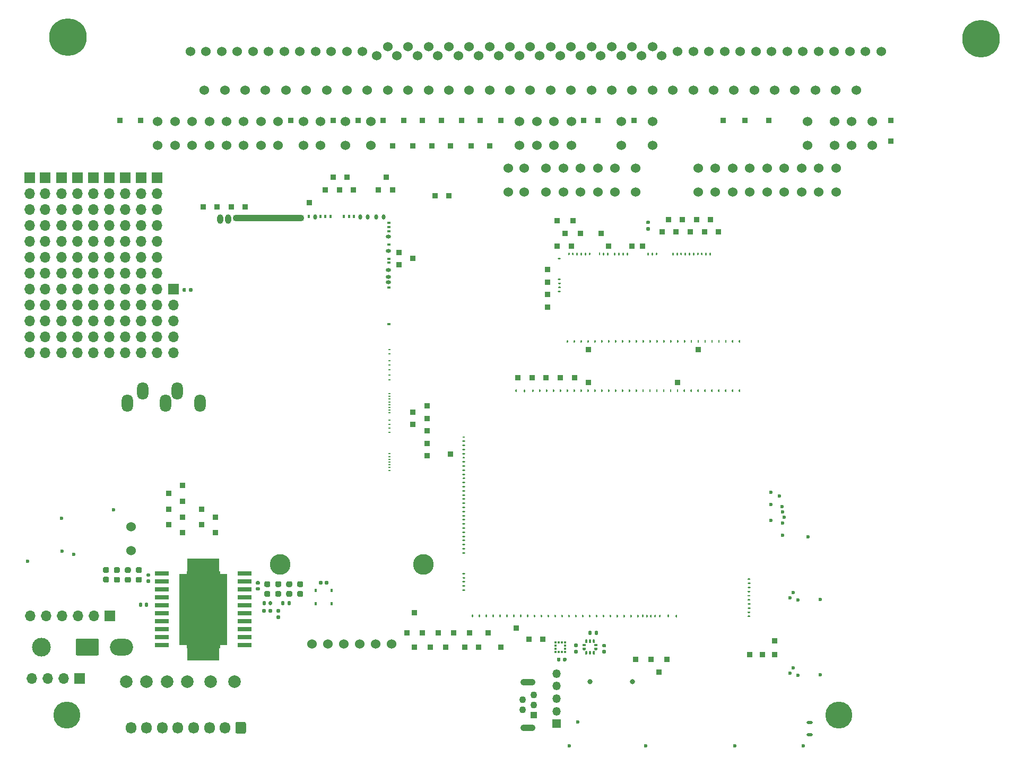
<source format=gbs>
G04 #@! TF.GenerationSoftware,KiCad,Pcbnew,(5.99.0-11247-g3f6811f413)*
G04 #@! TF.CreationDate,2021-08-04T01:05:31+03:00*
G04 #@! TF.ProjectId,hellen88bmw,68656c6c-656e-4383-9862-6d772e6b6963,rev?*
G04 #@! TF.SameCoordinates,PX3d1b110PY9269338*
G04 #@! TF.FileFunction,Soldermask,Bot*
G04 #@! TF.FilePolarity,Negative*
%FSLAX46Y46*%
G04 Gerber Fmt 4.6, Leading zero omitted, Abs format (unit mm)*
G04 Created by KiCad (PCBNEW (5.99.0-11247-g3f6811f413)) date 2021-08-04 01:05:31*
%MOMM*%
%LPD*%
G01*
G04 APERTURE LIST*
%ADD10C,0.010000*%
%ADD11R,0.850000X0.850000*%
%ADD12C,6.000000*%
%ADD13C,1.524000*%
%ADD14R,1.700000X1.700000*%
%ADD15O,1.700000X1.700000*%
%ADD16C,4.300000*%
%ADD17C,0.800000*%
%ADD18C,2.000000*%
%ADD19R,1.350000X1.350000*%
%ADD20O,1.350000X1.350000*%
%ADD21R,1.100000X1.100000*%
%ADD22C,1.100000*%
%ADD23O,2.400000X1.100000*%
%ADD24C,0.599999*%
%ADD25C,3.000000*%
%ADD26O,3.700000X2.700000*%
%ADD27O,1.700000X1.850000*%
%ADD28O,1.800000X2.800000*%
%ADD29C,3.302000*%
%ADD30O,1.000001X1.500000*%
%ADD31O,11.400000X1.100000*%
%ADD32O,0.399999X0.599999*%
%ADD33O,0.599999X0.800001*%
%ADD34O,0.599999X0.399999*%
%ADD35O,0.800001X0.599999*%
%ADD36O,0.399999X0.200000*%
%ADD37R,2.200000X0.800000*%
%ADD38R,5.080000X2.032000*%
%ADD39R,7.620000X11.430000*%
%ADD40R,0.350000X0.400000*%
%ADD41R,0.400000X0.350000*%
%ADD42O,1.000001X0.499999*%
%ADD43R,0.450000X0.600000*%
G04 APERTURE END LIST*
D10*
G04 #@! TO.C,U6*
X26534400Y28631150D02*
X26534400Y28212600D01*
X26534400Y28212600D02*
X31822860Y28212600D01*
X31822860Y28212600D02*
X31822860Y28631150D01*
X31822860Y28631150D02*
X26534400Y28631150D01*
G36*
X31822860Y28212600D02*
G01*
X26534400Y28212600D01*
X26534400Y28631150D01*
X31822860Y28631150D01*
X31822860Y28212600D01*
G37*
X31822860Y28212600D02*
X26534400Y28212600D01*
X26534400Y28631150D01*
X31822860Y28631150D01*
X31822860Y28212600D01*
X26534400Y16827550D02*
X26534400Y16427000D01*
X26534400Y16427000D02*
X31820320Y16427000D01*
X31820320Y16427000D02*
X31820320Y16827550D01*
X31820320Y16827550D02*
X26534400Y16827550D01*
G36*
X31820320Y16427000D02*
G01*
X26534400Y16427000D01*
X26534400Y16827550D01*
X31820320Y16827550D01*
X31820320Y16427000D01*
G37*
X31820320Y16427000D02*
X26534400Y16427000D01*
X26534400Y16827550D01*
X31820320Y16827550D01*
X31820320Y16427000D01*
G04 #@! TD*
D11*
G04 #@! TO.C,MMCU15*
X62926000Y16523000D03*
G04 #@! TD*
D12*
G04 #@! TO.C,\u002Aref1*
X7632400Y113856400D03*
X153342400Y113606400D03*
D13*
X27142400Y111606400D03*
X32142400Y111606400D03*
X37142400Y111606400D03*
X42142400Y111606400D03*
X47142400Y111606400D03*
X52142400Y111606400D03*
X56892400Y110856400D03*
X60142400Y110856400D03*
X63392400Y110856400D03*
X66642400Y110856400D03*
X69892400Y110856400D03*
X73142400Y110856400D03*
X76392400Y110856400D03*
X79642400Y110856400D03*
X82892400Y110856400D03*
X86142400Y110856400D03*
X89392400Y110856400D03*
X92642400Y110856400D03*
X95892400Y110856400D03*
X99142400Y110856400D03*
X102392400Y110856400D03*
X107392400Y111606400D03*
X112392400Y111606400D03*
X117392400Y111606400D03*
X122392400Y111606400D03*
X127392400Y111606400D03*
X132392400Y111606400D03*
X137392400Y111606400D03*
X29642400Y111606400D03*
X34642400Y111606400D03*
X39642400Y111606400D03*
X44642400Y111606400D03*
X49642400Y111606400D03*
X54642400Y111606400D03*
X58642400Y112356400D03*
X61892400Y112356400D03*
X65142400Y112356400D03*
X68392400Y112356400D03*
X71642400Y112356400D03*
X74892400Y112356400D03*
X78142400Y112356400D03*
X81392400Y112356400D03*
X84642400Y112356400D03*
X87892400Y112356400D03*
X91142400Y112356400D03*
X94392400Y112356400D03*
X97642400Y112356400D03*
X100892400Y112356400D03*
X104892400Y111606400D03*
X109892400Y111606400D03*
X114892400Y111606400D03*
X119892400Y111606400D03*
X124892400Y111606400D03*
X129892400Y111606400D03*
X134892400Y111606400D03*
X29392400Y105356400D03*
X32642400Y105356400D03*
X35892400Y105356400D03*
X39142400Y105356400D03*
X42392400Y105356400D03*
X45642400Y105356400D03*
X48892400Y105356400D03*
X52142400Y105356400D03*
X55392400Y105356400D03*
X58642400Y105356400D03*
X61892400Y105356400D03*
X65142400Y105356400D03*
X68392400Y105356400D03*
X71642400Y105356400D03*
X74892400Y105356400D03*
X78142400Y105356400D03*
X81392400Y105356400D03*
X84642400Y105356400D03*
X87892400Y105356400D03*
X91142400Y105356400D03*
X94392400Y105356400D03*
X97642400Y105356400D03*
X100892400Y105356400D03*
X104142400Y105356400D03*
X107392400Y105356400D03*
X110642400Y105356400D03*
X113892400Y105356400D03*
X117142400Y105356400D03*
X120392400Y105356400D03*
X123642400Y105356400D03*
X126892400Y105356400D03*
X130142400Y105356400D03*
X133392400Y105356400D03*
G04 #@! TD*
G04 #@! TO.C,JP1*
X21926000Y100428000D03*
X21926000Y96618000D03*
G04 #@! TD*
G04 #@! TO.C,JP3*
X30176000Y100428000D03*
X30176000Y96618000D03*
G04 #@! TD*
G04 #@! TO.C,JP4*
X35676000Y100428000D03*
X35676000Y96618000D03*
G04 #@! TD*
G04 #@! TO.C,JP5*
X45176000Y100428000D03*
X45176000Y96618000D03*
G04 #@! TD*
G04 #@! TO.C,JP7*
X51926000Y100428000D03*
X51926000Y96618000D03*
G04 #@! TD*
G04 #@! TO.C,JP14*
X79676000Y100428000D03*
X79676000Y96618000D03*
G04 #@! TD*
G04 #@! TO.C,JP16*
X85176000Y100428000D03*
X85176000Y96618000D03*
G04 #@! TD*
G04 #@! TO.C,JP17*
X87926000Y100428000D03*
X87926000Y96618000D03*
G04 #@! TD*
G04 #@! TO.C,JP20*
X94926000Y92928000D03*
X94926000Y89118000D03*
G04 #@! TD*
G04 #@! TO.C,JP21*
X98176000Y92928000D03*
X98176000Y89118000D03*
G04 #@! TD*
G04 #@! TO.C,JP22*
X110926000Y92928000D03*
X110926000Y89118000D03*
G04 #@! TD*
G04 #@! TO.C,JP23*
X116426000Y92928000D03*
X116426000Y89118000D03*
G04 #@! TD*
G04 #@! TO.C,JP24*
X121926000Y92928000D03*
X121926000Y89118000D03*
G04 #@! TD*
G04 #@! TO.C,JP25*
X125676000Y100428000D03*
X125676000Y96618000D03*
G04 #@! TD*
G04 #@! TO.C,JP26*
X129926000Y100428000D03*
X129926000Y96618000D03*
G04 #@! TD*
G04 #@! TO.C,JP27*
X135926000Y100428000D03*
X135926000Y96618000D03*
G04 #@! TD*
G04 #@! TO.C,JP29*
X24676000Y100428000D03*
X24676000Y96618000D03*
G04 #@! TD*
G04 #@! TO.C,JP31*
X32926000Y100428000D03*
X32926000Y96618000D03*
G04 #@! TD*
G04 #@! TO.C,JP32*
X41176000Y100428000D03*
X41176000Y96618000D03*
G04 #@! TD*
G04 #@! TO.C,JP33*
X47926000Y100428000D03*
X47926000Y96618000D03*
G04 #@! TD*
G04 #@! TO.C,JP35*
X55926000Y100428000D03*
X55926000Y96618000D03*
G04 #@! TD*
G04 #@! TO.C,JP41*
X77926000Y92928000D03*
X77926000Y89118000D03*
G04 #@! TD*
G04 #@! TO.C,JP42*
X80426000Y92928000D03*
X80426000Y89118000D03*
G04 #@! TD*
G04 #@! TO.C,JP43*
X82426000Y100428000D03*
X82426000Y96618000D03*
G04 #@! TD*
G04 #@! TO.C,JP44*
X86676000Y92928000D03*
X86676000Y89118000D03*
G04 #@! TD*
G04 #@! TO.C,JP46*
X89426000Y92928000D03*
X89426000Y89118000D03*
G04 #@! TD*
G04 #@! TO.C,JP47*
X92176000Y92928000D03*
X92176000Y89118000D03*
G04 #@! TD*
G04 #@! TO.C,JP50*
X113676000Y92928000D03*
X113676000Y89118000D03*
G04 #@! TD*
G04 #@! TO.C,JP51*
X119176000Y92928000D03*
X119176000Y89118000D03*
G04 #@! TD*
G04 #@! TO.C,JP52*
X124676000Y92928000D03*
X124676000Y89118000D03*
G04 #@! TD*
G04 #@! TO.C,JP54*
X132676000Y100428000D03*
X132676000Y96618000D03*
G04 #@! TD*
G04 #@! TO.C,JP56*
X27426000Y100428000D03*
X27426000Y96618000D03*
G04 #@! TD*
G04 #@! TO.C,JP73*
X83926000Y92928000D03*
X83926000Y89118000D03*
G04 #@! TD*
G04 #@! TO.C,JP77*
X95926000Y100428000D03*
X95926000Y96618000D03*
G04 #@! TD*
G04 #@! TO.C,JP78*
X100926000Y100428000D03*
X100926000Y96618000D03*
G04 #@! TD*
G04 #@! TO.C,JP85*
X130176000Y92928000D03*
X130176000Y89118000D03*
G04 #@! TD*
G04 #@! TO.C,JP86*
X127426000Y92928000D03*
X127426000Y89118000D03*
G04 #@! TD*
G04 #@! TO.C,JP59*
X38426000Y100428000D03*
X38426000Y96618000D03*
G04 #@! TD*
G04 #@! TO.C,JP49*
X108176000Y92928000D03*
X108176000Y89118000D03*
G04 #@! TD*
D14*
G04 #@! TO.C,J4*
X24476000Y73653000D03*
D15*
X24476000Y71113000D03*
X24476000Y68573000D03*
X24476000Y66033000D03*
X24476000Y63493000D03*
G04 #@! TD*
D14*
G04 #@! TO.C,J5*
X1516000Y91433000D03*
D15*
X1516000Y88893000D03*
X1516000Y86353000D03*
X1516000Y83813000D03*
X1516000Y81273000D03*
X1516000Y78733000D03*
X1516000Y76193000D03*
X1516000Y73653000D03*
X1516000Y71113000D03*
X1516000Y68573000D03*
X1516000Y66033000D03*
X1516000Y63493000D03*
G04 #@! TD*
D14*
G04 #@! TO.C,J6*
X3976001Y91433000D03*
D15*
X3976001Y88893000D03*
X3976001Y86353000D03*
X3976001Y83813000D03*
X3976001Y81273000D03*
X3976001Y78733000D03*
X3976001Y76193000D03*
X3976001Y73653000D03*
X3976001Y71113000D03*
X3976001Y68573000D03*
X3976001Y66033000D03*
X3976001Y63493000D03*
G04 #@! TD*
D14*
G04 #@! TO.C,J7*
X6596000Y91433000D03*
D15*
X6596000Y88893000D03*
X6596000Y86353000D03*
X6596000Y83813000D03*
X6596000Y81273000D03*
X6596000Y78733000D03*
X6596000Y76193000D03*
X6596000Y73653000D03*
X6596000Y71113000D03*
X6596000Y68573000D03*
X6596000Y66033000D03*
X6596000Y63493000D03*
G04 #@! TD*
D14*
G04 #@! TO.C,J8*
X9136000Y91433000D03*
D15*
X9136000Y88893000D03*
X9136000Y86353000D03*
X9136000Y83813000D03*
X9136000Y81273000D03*
X9136000Y78733000D03*
X9136000Y76193000D03*
X9136000Y73653000D03*
X9136000Y71113000D03*
X9136000Y68573000D03*
X9136000Y66033000D03*
X9136000Y63493000D03*
G04 #@! TD*
D14*
G04 #@! TO.C,J9*
X11676000Y91433000D03*
D15*
X11676000Y88893000D03*
X11676000Y86353000D03*
X11676000Y83813000D03*
X11676000Y81273000D03*
X11676000Y78733000D03*
X11676000Y76193000D03*
X11676000Y73653000D03*
X11676000Y71113000D03*
X11676000Y68573000D03*
X11676000Y66033000D03*
X11676000Y63493000D03*
G04 #@! TD*
D14*
G04 #@! TO.C,J10*
X14216000Y91433000D03*
D15*
X14216000Y88893000D03*
X14216000Y86353000D03*
X14216000Y83813000D03*
X14216000Y81273000D03*
X14216000Y78733000D03*
X14216000Y76193000D03*
X14216000Y73653000D03*
X14216000Y71113000D03*
X14216000Y68573000D03*
X14216000Y66033000D03*
X14216000Y63493000D03*
G04 #@! TD*
D14*
G04 #@! TO.C,J11*
X16756000Y91433000D03*
D15*
X16756000Y88893000D03*
X16756000Y86353000D03*
X16756000Y83813000D03*
X16756000Y81273000D03*
X16756000Y78733000D03*
X16756000Y76193000D03*
X16756000Y73653000D03*
X16756000Y71113000D03*
X16756000Y68573000D03*
X16756000Y66033000D03*
X16756000Y63493000D03*
G04 #@! TD*
D14*
G04 #@! TO.C,J12*
X19296000Y91433000D03*
D15*
X19296000Y88893000D03*
X19296000Y86353000D03*
X19296000Y83813000D03*
X19296000Y81273000D03*
X19296000Y78733000D03*
X19296000Y76193000D03*
X19296000Y73653000D03*
X19296000Y71113000D03*
X19296000Y68573000D03*
X19296000Y66033000D03*
X19296000Y63493000D03*
G04 #@! TD*
D14*
G04 #@! TO.C,J13*
X21836000Y91433000D03*
D15*
X21836000Y88893000D03*
X21836000Y86353000D03*
X21836000Y83813000D03*
X21836000Y81273000D03*
X21836000Y78733000D03*
X21836000Y76193000D03*
X21836000Y73653000D03*
X21836000Y71113000D03*
X21836000Y68573000D03*
X21836000Y66033000D03*
X21836000Y63493000D03*
G04 #@! TD*
D16*
G04 #@! TO.C,H1*
X130622000Y5663000D03*
G04 #@! TD*
G04 #@! TO.C,H2*
X7432000Y5663000D03*
G04 #@! TD*
D11*
G04 #@! TO.C,VOUT18*
X52176000Y91474215D03*
G04 #@! TD*
G04 #@! TO.C,VOUT27*
X28926000Y38523000D03*
G04 #@! TD*
G04 #@! TO.C,VIN16*
X84176000Y76773000D03*
G04 #@! TD*
G04 #@! TO.C,VOUT20*
X46176000Y87474215D03*
G04 #@! TD*
G04 #@! TO.C,VOUT1*
X60426000Y77523000D03*
G04 #@! TD*
G04 #@! TO.C,MMCU14*
X62926000Y22023000D03*
G04 #@! TD*
G04 #@! TO.C,VIN14*
X99346002Y80520316D03*
G04 #@! TD*
G04 #@! TO.C,MMCU4*
X118426000Y15273000D03*
G04 #@! TD*
G04 #@! TO.C,MMCU31*
X61676000Y18773000D03*
G04 #@! TD*
G04 #@! TO.C,cr8*
X15926000Y100523000D03*
G04 #@! TD*
D17*
G04 #@! TO.C,SW2*
X97676000Y10973000D03*
G04 #@! TD*
D11*
G04 #@! TO.C,MMCU28*
X66676000Y18773000D03*
G04 #@! TD*
G04 #@! TO.C,VOUT10*
X31176000Y34773000D03*
G04 #@! TD*
G04 #@! TO.C,cr1*
X70426000Y100523000D03*
G04 #@! TD*
G04 #@! TO.C,MMCU30*
X64176000Y18773000D03*
G04 #@! TD*
G04 #@! TO.C,MMCU18*
X65426000Y16523000D03*
G04 #@! TD*
G04 #@! TO.C,VIN11*
X85676000Y84523000D03*
G04 #@! TD*
G04 #@! TO.C,VIN4*
X106926000Y82773000D03*
G04 #@! TD*
G04 #@! TO.C,cr11*
X67176000Y100523000D03*
G04 #@! TD*
D18*
G04 #@! TO.C,P3*
X26676000Y11023000D03*
G04 #@! TD*
D11*
G04 #@! TO.C,MMCU9*
X74676000Y18773000D03*
G04 #@! TD*
G04 #@! TO.C,VIN6*
X84176000Y70773000D03*
G04 #@! TD*
G04 #@! TO.C,VOUT5*
X48676000Y89474215D03*
G04 #@! TD*
G04 #@! TO.C,VIN19*
X107926000Y84773000D03*
G04 #@! TD*
G04 #@! TO.C,KNOCK_RAW2*
X74926000Y96523000D03*
G04 #@! TD*
G04 #@! TO.C,MMCU2*
X120426000Y17523000D03*
G04 #@! TD*
G04 #@! TO.C,VIN18*
X93926000Y80523000D03*
G04 #@! TD*
G04 #@! TO.C,MMCU7*
X79176000Y19523000D03*
G04 #@! TD*
D19*
G04 #@! TO.C,J2*
X85551000Y4273000D03*
D20*
X85551000Y6273000D03*
X85551000Y8273000D03*
X85551000Y10273000D03*
X85551000Y12273000D03*
G04 #@! TD*
G04 #@! TO.C,M7*
G36*
G01*
X85900998Y73366793D02*
X86150998Y73366793D01*
G75*
G02*
X86275998Y73241793I0J-125000D01*
G01*
X86275998Y73241793D01*
G75*
G02*
X86150998Y73116793I-125000J0D01*
G01*
X85900998Y73116793D01*
G75*
G02*
X85775998Y73241793I0J125000D01*
G01*
X85775998Y73241793D01*
G75*
G02*
X85900998Y73366793I125000J0D01*
G01*
G37*
G36*
G01*
X85900998Y74026794D02*
X86150998Y74026794D01*
G75*
G02*
X86275998Y73901794I0J-125000D01*
G01*
X86275998Y73901794D01*
G75*
G02*
X86150998Y73776794I-125000J0D01*
G01*
X85900998Y73776794D01*
G75*
G02*
X85775998Y73901794I0J125000D01*
G01*
X85775998Y73901794D01*
G75*
G02*
X85900998Y74026794I125000J0D01*
G01*
G37*
G36*
G01*
X85900998Y74686795D02*
X86150998Y74686795D01*
G75*
G02*
X86275998Y74561795I0J-125000D01*
G01*
X86275998Y74561795D01*
G75*
G02*
X86150998Y74436795I-125000J0D01*
G01*
X85900998Y74436795D01*
G75*
G02*
X85775998Y74561795I0J125000D01*
G01*
X85775998Y74561795D01*
G75*
G02*
X85900998Y74686795I125000J0D01*
G01*
G37*
G36*
G01*
X85900998Y75346796D02*
X86150998Y75346796D01*
G75*
G02*
X86275998Y75221796I0J-125000D01*
G01*
X86275998Y75221796D01*
G75*
G02*
X86150998Y75096796I-125000J0D01*
G01*
X85900998Y75096796D01*
G75*
G02*
X85775998Y75221796I0J125000D01*
G01*
X85775998Y75221796D01*
G75*
G02*
X85900998Y75346796I125000J0D01*
G01*
G37*
G36*
G01*
X85900998Y78646803D02*
X86150998Y78646803D01*
G75*
G02*
X86275998Y78521803I0J-125000D01*
G01*
X86275998Y78521803D01*
G75*
G02*
X86150998Y78396803I-125000J0D01*
G01*
X85900998Y78396803D01*
G75*
G02*
X85775998Y78521803I0J125000D01*
G01*
X85775998Y78521803D01*
G75*
G02*
X85900998Y78646803I125000J0D01*
G01*
G37*
G36*
G01*
X114671000Y65148000D02*
X114671000Y65398000D01*
G75*
G02*
X114796000Y65523000I125000J0D01*
G01*
X114796000Y65523000D01*
G75*
G02*
X114921000Y65398000I0J-125000D01*
G01*
X114921000Y65148000D01*
G75*
G02*
X114796000Y65023000I-125000J0D01*
G01*
X114796000Y65023000D01*
G75*
G02*
X114671000Y65148000I0J125000D01*
G01*
G37*
G36*
G01*
X113820996Y65398000D02*
X113820996Y65148000D01*
G75*
G02*
X113695996Y65023000I-125000J0D01*
G01*
X113695996Y65023000D01*
G75*
G02*
X113570996Y65148000I0J125000D01*
G01*
X113570996Y65398000D01*
G75*
G02*
X113695996Y65523000I125000J0D01*
G01*
X113695996Y65523000D01*
G75*
G02*
X113820996Y65398000I0J-125000D01*
G01*
G37*
G36*
G01*
X112720995Y65398000D02*
X112720995Y65148000D01*
G75*
G02*
X112595995Y65023000I-125000J0D01*
G01*
X112595995Y65023000D01*
G75*
G02*
X112470995Y65148000I0J125000D01*
G01*
X112470995Y65398000D01*
G75*
G02*
X112595995Y65523000I125000J0D01*
G01*
X112595995Y65523000D01*
G75*
G02*
X112720995Y65398000I0J-125000D01*
G01*
G37*
G36*
G01*
X111620998Y65398000D02*
X111620998Y65148000D01*
G75*
G02*
X111495998Y65023000I-125000J0D01*
G01*
X111495998Y65023000D01*
G75*
G02*
X111370998Y65148000I0J125000D01*
G01*
X111370998Y65398000D01*
G75*
G02*
X111495998Y65523000I125000J0D01*
G01*
X111495998Y65523000D01*
G75*
G02*
X111620998Y65398000I0J-125000D01*
G01*
G37*
G36*
G01*
X110521000Y65398000D02*
X110521000Y65148000D01*
G75*
G02*
X110396000Y65023000I-125000J0D01*
G01*
X110396000Y65023000D01*
G75*
G02*
X110271000Y65148000I0J125000D01*
G01*
X110271000Y65398000D01*
G75*
G02*
X110396000Y65523000I125000J0D01*
G01*
X110396000Y65523000D01*
G75*
G02*
X110521000Y65398000I0J-125000D01*
G01*
G37*
G36*
G01*
X109421002Y65398000D02*
X109421002Y65148000D01*
G75*
G02*
X109296002Y65023000I-125000J0D01*
G01*
X109296002Y65023000D01*
G75*
G02*
X109171002Y65148000I0J125000D01*
G01*
X109171002Y65398000D01*
G75*
G02*
X109296002Y65523000I125000J0D01*
G01*
X109296002Y65523000D01*
G75*
G02*
X109421002Y65398000I0J-125000D01*
G01*
G37*
G36*
G01*
X108321004Y65398000D02*
X108321004Y65148000D01*
G75*
G02*
X108196004Y65023000I-125000J0D01*
G01*
X108196004Y65023000D01*
G75*
G02*
X108071004Y65148000I0J125000D01*
G01*
X108071004Y65398000D01*
G75*
G02*
X108196004Y65523000I125000J0D01*
G01*
X108196004Y65523000D01*
G75*
G02*
X108321004Y65398000I0J-125000D01*
G01*
G37*
G36*
G01*
X107221006Y65398000D02*
X107221006Y65148000D01*
G75*
G02*
X107096006Y65023000I-125000J0D01*
G01*
X107096006Y65023000D01*
G75*
G02*
X106971006Y65148000I0J125000D01*
G01*
X106971006Y65398000D01*
G75*
G02*
X107096006Y65523000I125000J0D01*
G01*
X107096006Y65523000D01*
G75*
G02*
X107221006Y65398000I0J-125000D01*
G01*
G37*
G36*
G01*
X106121009Y65398000D02*
X106121009Y65148000D01*
G75*
G02*
X105996009Y65023000I-125000J0D01*
G01*
X105996009Y65023000D01*
G75*
G02*
X105871009Y65148000I0J125000D01*
G01*
X105871009Y65398000D01*
G75*
G02*
X105996009Y65523000I125000J0D01*
G01*
X105996009Y65523000D01*
G75*
G02*
X106121009Y65398000I0J-125000D01*
G01*
G37*
G36*
G01*
X105021011Y65398000D02*
X105021011Y65148000D01*
G75*
G02*
X104896011Y65023000I-125000J0D01*
G01*
X104896011Y65023000D01*
G75*
G02*
X104771011Y65148000I0J125000D01*
G01*
X104771011Y65398000D01*
G75*
G02*
X104896011Y65523000I125000J0D01*
G01*
X104896011Y65523000D01*
G75*
G02*
X105021011Y65398000I0J-125000D01*
G01*
G37*
G36*
G01*
X103921013Y65398000D02*
X103921013Y65148000D01*
G75*
G02*
X103796013Y65023000I-125000J0D01*
G01*
X103796013Y65023000D01*
G75*
G02*
X103671013Y65148000I0J125000D01*
G01*
X103671013Y65398000D01*
G75*
G02*
X103796013Y65523000I125000J0D01*
G01*
X103796013Y65523000D01*
G75*
G02*
X103921013Y65398000I0J-125000D01*
G01*
G37*
G36*
G01*
X102821015Y65398000D02*
X102821015Y65148000D01*
G75*
G02*
X102696015Y65023000I-125000J0D01*
G01*
X102696015Y65023000D01*
G75*
G02*
X102571015Y65148000I0J125000D01*
G01*
X102571015Y65398000D01*
G75*
G02*
X102696015Y65523000I125000J0D01*
G01*
X102696015Y65523000D01*
G75*
G02*
X102821015Y65398000I0J-125000D01*
G01*
G37*
G36*
G01*
X101721017Y65398000D02*
X101721017Y65148000D01*
G75*
G02*
X101596017Y65023000I-125000J0D01*
G01*
X101596017Y65023000D01*
G75*
G02*
X101471017Y65148000I0J125000D01*
G01*
X101471017Y65398000D01*
G75*
G02*
X101596017Y65523000I125000J0D01*
G01*
X101596017Y65523000D01*
G75*
G02*
X101721017Y65398000I0J-125000D01*
G01*
G37*
G36*
G01*
X100621020Y65398000D02*
X100621020Y65148000D01*
G75*
G02*
X100496020Y65023000I-125000J0D01*
G01*
X100496020Y65023000D01*
G75*
G02*
X100371020Y65148000I0J125000D01*
G01*
X100371020Y65398000D01*
G75*
G02*
X100496020Y65523000I125000J0D01*
G01*
X100496020Y65523000D01*
G75*
G02*
X100621020Y65398000I0J-125000D01*
G01*
G37*
G36*
G01*
X99521022Y65398000D02*
X99521022Y65148000D01*
G75*
G02*
X99396022Y65023000I-125000J0D01*
G01*
X99396022Y65023000D01*
G75*
G02*
X99271022Y65148000I0J125000D01*
G01*
X99271022Y65398000D01*
G75*
G02*
X99396022Y65523000I125000J0D01*
G01*
X99396022Y65523000D01*
G75*
G02*
X99521022Y65398000I0J-125000D01*
G01*
G37*
G36*
G01*
X98421024Y65398000D02*
X98421024Y65148000D01*
G75*
G02*
X98296024Y65023000I-125000J0D01*
G01*
X98296024Y65023000D01*
G75*
G02*
X98171024Y65148000I0J125000D01*
G01*
X98171024Y65398000D01*
G75*
G02*
X98296024Y65523000I125000J0D01*
G01*
X98296024Y65523000D01*
G75*
G02*
X98421024Y65398000I0J-125000D01*
G01*
G37*
G36*
G01*
X97321026Y65398000D02*
X97321026Y65148000D01*
G75*
G02*
X97196026Y65023000I-125000J0D01*
G01*
X97196026Y65023000D01*
G75*
G02*
X97071026Y65148000I0J125000D01*
G01*
X97071026Y65398000D01*
G75*
G02*
X97196026Y65523000I125000J0D01*
G01*
X97196026Y65523000D01*
G75*
G02*
X97321026Y65398000I0J-125000D01*
G01*
G37*
G36*
G01*
X96221028Y65398000D02*
X96221028Y65148000D01*
G75*
G02*
X96096028Y65023000I-125000J0D01*
G01*
X96096028Y65023000D01*
G75*
G02*
X95971028Y65148000I0J125000D01*
G01*
X95971028Y65398000D01*
G75*
G02*
X96096028Y65523000I125000J0D01*
G01*
X96096028Y65523000D01*
G75*
G02*
X96221028Y65398000I0J-125000D01*
G01*
G37*
G36*
G01*
X95121031Y65398000D02*
X95121031Y65148000D01*
G75*
G02*
X94996031Y65023000I-125000J0D01*
G01*
X94996031Y65023000D01*
G75*
G02*
X94871031Y65148000I0J125000D01*
G01*
X94871031Y65398000D01*
G75*
G02*
X94996031Y65523000I125000J0D01*
G01*
X94996031Y65523000D01*
G75*
G02*
X95121031Y65398000I0J-125000D01*
G01*
G37*
G36*
G01*
X94021033Y65398000D02*
X94021033Y65148000D01*
G75*
G02*
X93896033Y65023000I-125000J0D01*
G01*
X93896033Y65023000D01*
G75*
G02*
X93771033Y65148000I0J125000D01*
G01*
X93771033Y65398000D01*
G75*
G02*
X93896033Y65523000I125000J0D01*
G01*
X93896033Y65523000D01*
G75*
G02*
X94021033Y65398000I0J-125000D01*
G01*
G37*
G36*
G01*
X92921035Y65398000D02*
X92921035Y65148000D01*
G75*
G02*
X92796035Y65023000I-125000J0D01*
G01*
X92796035Y65023000D01*
G75*
G02*
X92671035Y65148000I0J125000D01*
G01*
X92671035Y65398000D01*
G75*
G02*
X92796035Y65523000I125000J0D01*
G01*
X92796035Y65523000D01*
G75*
G02*
X92921035Y65398000I0J-125000D01*
G01*
G37*
G36*
G01*
X91821037Y65398000D02*
X91821037Y65148000D01*
G75*
G02*
X91696037Y65023000I-125000J0D01*
G01*
X91696037Y65023000D01*
G75*
G02*
X91571037Y65148000I0J125000D01*
G01*
X91571037Y65398000D01*
G75*
G02*
X91696037Y65523000I125000J0D01*
G01*
X91696037Y65523000D01*
G75*
G02*
X91821037Y65398000I0J-125000D01*
G01*
G37*
G36*
G01*
X90721039Y65398000D02*
X90721039Y65148000D01*
G75*
G02*
X90596039Y65023000I-125000J0D01*
G01*
X90596039Y65023000D01*
G75*
G02*
X90471039Y65148000I0J125000D01*
G01*
X90471039Y65398000D01*
G75*
G02*
X90596039Y65523000I125000J0D01*
G01*
X90596039Y65523000D01*
G75*
G02*
X90721039Y65398000I0J-125000D01*
G01*
G37*
G36*
G01*
X89621042Y65398000D02*
X89621042Y65148000D01*
G75*
G02*
X89496042Y65023000I-125000J0D01*
G01*
X89496042Y65023000D01*
G75*
G02*
X89371042Y65148000I0J125000D01*
G01*
X89371042Y65398000D01*
G75*
G02*
X89496042Y65523000I125000J0D01*
G01*
X89496042Y65523000D01*
G75*
G02*
X89621042Y65398000I0J-125000D01*
G01*
G37*
G36*
G01*
X88521044Y65398000D02*
X88521044Y65148000D01*
G75*
G02*
X88396044Y65023000I-125000J0D01*
G01*
X88396044Y65023000D01*
G75*
G02*
X88271044Y65148000I0J125000D01*
G01*
X88271044Y65398000D01*
G75*
G02*
X88396044Y65523000I125000J0D01*
G01*
X88396044Y65523000D01*
G75*
G02*
X88521044Y65398000I0J-125000D01*
G01*
G37*
G36*
G01*
X87421046Y65398000D02*
X87421046Y65148000D01*
G75*
G02*
X87296046Y65023000I-125000J0D01*
G01*
X87296046Y65023000D01*
G75*
G02*
X87171046Y65148000I0J125000D01*
G01*
X87171046Y65398000D01*
G75*
G02*
X87296046Y65523000I125000J0D01*
G01*
X87296046Y65523000D01*
G75*
G02*
X87421046Y65398000I0J-125000D01*
G01*
G37*
G36*
G01*
X87671990Y79359999D02*
X87671990Y79109999D01*
G75*
G02*
X87546990Y78984999I-125000J0D01*
G01*
X87546990Y78984999D01*
G75*
G02*
X87421990Y79109999I0J125000D01*
G01*
X87421990Y79359999D01*
G75*
G02*
X87546990Y79484999I125000J0D01*
G01*
X87546990Y79484999D01*
G75*
G02*
X87671990Y79359999I0J-125000D01*
G01*
G37*
G36*
G01*
X88331992Y79359999D02*
X88331992Y79109999D01*
G75*
G02*
X88206992Y78984999I-125000J0D01*
G01*
X88206992Y78984999D01*
G75*
G02*
X88081992Y79109999I0J125000D01*
G01*
X88081992Y79359999D01*
G75*
G02*
X88206992Y79484999I125000J0D01*
G01*
X88206992Y79484999D01*
G75*
G02*
X88331992Y79359999I0J-125000D01*
G01*
G37*
G36*
G01*
X88991993Y79359999D02*
X88991993Y79109999D01*
G75*
G02*
X88866993Y78984999I-125000J0D01*
G01*
X88866993Y78984999D01*
G75*
G02*
X88741993Y79109999I0J125000D01*
G01*
X88741993Y79359999D01*
G75*
G02*
X88866993Y79484999I125000J0D01*
G01*
X88866993Y79484999D01*
G75*
G02*
X88991993Y79359999I0J-125000D01*
G01*
G37*
G36*
G01*
X89651994Y79359999D02*
X89651994Y79109999D01*
G75*
G02*
X89526994Y78984999I-125000J0D01*
G01*
X89526994Y78984999D01*
G75*
G02*
X89401994Y79109999I0J125000D01*
G01*
X89401994Y79359999D01*
G75*
G02*
X89526994Y79484999I125000J0D01*
G01*
X89526994Y79484999D01*
G75*
G02*
X89651994Y79359999I0J-125000D01*
G01*
G37*
G36*
G01*
X90311995Y79359999D02*
X90311995Y79109999D01*
G75*
G02*
X90186995Y78984999I-125000J0D01*
G01*
X90186995Y78984999D01*
G75*
G02*
X90061995Y79109999I0J125000D01*
G01*
X90061995Y79359999D01*
G75*
G02*
X90186995Y79484999I125000J0D01*
G01*
X90186995Y79484999D01*
G75*
G02*
X90311995Y79359999I0J-125000D01*
G01*
G37*
G36*
G01*
X90971997Y79359999D02*
X90971997Y79109999D01*
G75*
G02*
X90846997Y78984999I-125000J0D01*
G01*
X90846997Y78984999D01*
G75*
G02*
X90721997Y79109999I0J125000D01*
G01*
X90721997Y79359999D01*
G75*
G02*
X90846997Y79484999I125000J0D01*
G01*
X90846997Y79484999D01*
G75*
G02*
X90971997Y79359999I0J-125000D01*
G01*
G37*
G36*
G01*
X92572994Y79359999D02*
X92572994Y79109999D01*
G75*
G02*
X92447994Y78984999I-125000J0D01*
G01*
X92447994Y78984999D01*
G75*
G02*
X92322994Y79109999I0J125000D01*
G01*
X92322994Y79359999D01*
G75*
G02*
X92447994Y79484999I125000J0D01*
G01*
X92447994Y79484999D01*
G75*
G02*
X92572994Y79359999I0J-125000D01*
G01*
G37*
G36*
G01*
X93232995Y79359999D02*
X93232995Y79109999D01*
G75*
G02*
X93107995Y78984999I-125000J0D01*
G01*
X93107995Y78984999D01*
G75*
G02*
X92982995Y79109999I0J125000D01*
G01*
X92982995Y79359999D01*
G75*
G02*
X93107995Y79484999I125000J0D01*
G01*
X93107995Y79484999D01*
G75*
G02*
X93232995Y79359999I0J-125000D01*
G01*
G37*
G36*
G01*
X93892997Y79359999D02*
X93892997Y79109999D01*
G75*
G02*
X93767997Y78984999I-125000J0D01*
G01*
X93767997Y78984999D01*
G75*
G02*
X93642997Y79109999I0J125000D01*
G01*
X93642997Y79359999D01*
G75*
G02*
X93767997Y79484999I125000J0D01*
G01*
X93767997Y79484999D01*
G75*
G02*
X93892997Y79359999I0J-125000D01*
G01*
G37*
G36*
G01*
X95013896Y79359999D02*
X95013896Y79109999D01*
G75*
G02*
X94888896Y78984999I-125000J0D01*
G01*
X94888896Y78984999D01*
G75*
G02*
X94763896Y79109999I0J125000D01*
G01*
X94763896Y79359999D01*
G75*
G02*
X94888896Y79484999I125000J0D01*
G01*
X94888896Y79484999D01*
G75*
G02*
X95013896Y79359999I0J-125000D01*
G01*
G37*
G36*
G01*
X95673897Y79359999D02*
X95673897Y79109999D01*
G75*
G02*
X95548897Y78984999I-125000J0D01*
G01*
X95548897Y78984999D01*
G75*
G02*
X95423897Y79109999I0J125000D01*
G01*
X95423897Y79359999D01*
G75*
G02*
X95548897Y79484999I125000J0D01*
G01*
X95548897Y79484999D01*
G75*
G02*
X95673897Y79359999I0J-125000D01*
G01*
G37*
G36*
G01*
X96333898Y79359999D02*
X96333898Y79109999D01*
G75*
G02*
X96208898Y78984999I-125000J0D01*
G01*
X96208898Y78984999D01*
G75*
G02*
X96083898Y79109999I0J125000D01*
G01*
X96083898Y79359999D01*
G75*
G02*
X96208898Y79484999I125000J0D01*
G01*
X96208898Y79484999D01*
G75*
G02*
X96333898Y79359999I0J-125000D01*
G01*
G37*
G36*
G01*
X96993900Y79359999D02*
X96993900Y79109999D01*
G75*
G02*
X96868900Y78984999I-125000J0D01*
G01*
X96868900Y78984999D01*
G75*
G02*
X96743900Y79109999I0J125000D01*
G01*
X96743900Y79359999D01*
G75*
G02*
X96868900Y79484999I125000J0D01*
G01*
X96868900Y79484999D01*
G75*
G02*
X96993900Y79359999I0J-125000D01*
G01*
G37*
G36*
G01*
X100319994Y79359999D02*
X100319994Y79109999D01*
G75*
G02*
X100194994Y78984999I-125000J0D01*
G01*
X100194994Y78984999D01*
G75*
G02*
X100069994Y79109999I0J125000D01*
G01*
X100069994Y79359999D01*
G75*
G02*
X100194994Y79484999I125000J0D01*
G01*
X100194994Y79484999D01*
G75*
G02*
X100319994Y79359999I0J-125000D01*
G01*
G37*
G36*
G01*
X100979995Y79359999D02*
X100979995Y79109999D01*
G75*
G02*
X100854995Y78984999I-125000J0D01*
G01*
X100854995Y78984999D01*
G75*
G02*
X100729995Y79109999I0J125000D01*
G01*
X100729995Y79359999D01*
G75*
G02*
X100854995Y79484999I125000J0D01*
G01*
X100854995Y79484999D01*
G75*
G02*
X100979995Y79359999I0J-125000D01*
G01*
G37*
G36*
G01*
X101639997Y79359999D02*
X101639997Y79109999D01*
G75*
G02*
X101514997Y78984999I-125000J0D01*
G01*
X101514997Y78984999D01*
G75*
G02*
X101389997Y79109999I0J125000D01*
G01*
X101389997Y79359999D01*
G75*
G02*
X101514997Y79484999I125000J0D01*
G01*
X101514997Y79484999D01*
G75*
G02*
X101639997Y79359999I0J-125000D01*
G01*
G37*
G36*
G01*
X104285988Y79359999D02*
X104285988Y79109999D01*
G75*
G02*
X104160988Y78984999I-125000J0D01*
G01*
X104160988Y78984999D01*
G75*
G02*
X104035988Y79109999I0J125000D01*
G01*
X104035988Y79359999D01*
G75*
G02*
X104160988Y79484999I125000J0D01*
G01*
X104160988Y79484999D01*
G75*
G02*
X104285988Y79359999I0J-125000D01*
G01*
G37*
G36*
G01*
X104945989Y79359999D02*
X104945989Y79109999D01*
G75*
G02*
X104820989Y78984999I-125000J0D01*
G01*
X104820989Y78984999D01*
G75*
G02*
X104695989Y79109999I0J125000D01*
G01*
X104695989Y79359999D01*
G75*
G02*
X104820989Y79484999I125000J0D01*
G01*
X104820989Y79484999D01*
G75*
G02*
X104945989Y79359999I0J-125000D01*
G01*
G37*
G36*
G01*
X105605991Y79359999D02*
X105605991Y79109999D01*
G75*
G02*
X105480991Y78984999I-125000J0D01*
G01*
X105480991Y78984999D01*
G75*
G02*
X105355991Y79109999I0J125000D01*
G01*
X105355991Y79359999D01*
G75*
G02*
X105480991Y79484999I125000J0D01*
G01*
X105480991Y79484999D01*
G75*
G02*
X105605991Y79359999I0J-125000D01*
G01*
G37*
G36*
G01*
X106265992Y79359999D02*
X106265992Y79109999D01*
G75*
G02*
X106140992Y78984999I-125000J0D01*
G01*
X106140992Y78984999D01*
G75*
G02*
X106015992Y79109999I0J125000D01*
G01*
X106015992Y79359999D01*
G75*
G02*
X106140992Y79484999I125000J0D01*
G01*
X106140992Y79484999D01*
G75*
G02*
X106265992Y79359999I0J-125000D01*
G01*
G37*
G36*
G01*
X106925993Y79359999D02*
X106925993Y79109999D01*
G75*
G02*
X106800993Y78984999I-125000J0D01*
G01*
X106800993Y78984999D01*
G75*
G02*
X106675993Y79109999I0J125000D01*
G01*
X106675993Y79359999D01*
G75*
G02*
X106800993Y79484999I125000J0D01*
G01*
X106800993Y79484999D01*
G75*
G02*
X106925993Y79359999I0J-125000D01*
G01*
G37*
G36*
G01*
X107585994Y79359999D02*
X107585994Y79109999D01*
G75*
G02*
X107460994Y78984999I-125000J0D01*
G01*
X107460994Y78984999D01*
G75*
G02*
X107335994Y79109999I0J125000D01*
G01*
X107335994Y79359999D01*
G75*
G02*
X107460994Y79484999I125000J0D01*
G01*
X107460994Y79484999D01*
G75*
G02*
X107585994Y79359999I0J-125000D01*
G01*
G37*
G36*
G01*
X108245996Y79359999D02*
X108245996Y79109999D01*
G75*
G02*
X108120996Y78984999I-125000J0D01*
G01*
X108120996Y78984999D01*
G75*
G02*
X107995996Y79109999I0J125000D01*
G01*
X107995996Y79359999D01*
G75*
G02*
X108120996Y79484999I125000J0D01*
G01*
X108120996Y79484999D01*
G75*
G02*
X108245996Y79359999I0J-125000D01*
G01*
G37*
G36*
G01*
X108905997Y79359999D02*
X108905997Y79109999D01*
G75*
G02*
X108780997Y78984999I-125000J0D01*
G01*
X108780997Y78984999D01*
G75*
G02*
X108655997Y79109999I0J125000D01*
G01*
X108655997Y79359999D01*
G75*
G02*
X108780997Y79484999I125000J0D01*
G01*
X108780997Y79484999D01*
G75*
G02*
X108905997Y79359999I0J-125000D01*
G01*
G37*
G36*
G01*
X109565998Y79359999D02*
X109565998Y79109999D01*
G75*
G02*
X109440998Y78984999I-125000J0D01*
G01*
X109440998Y78984999D01*
G75*
G02*
X109315998Y79109999I0J125000D01*
G01*
X109315998Y79359999D01*
G75*
G02*
X109440998Y79484999I125000J0D01*
G01*
X109440998Y79484999D01*
G75*
G02*
X109565998Y79359999I0J-125000D01*
G01*
G37*
G36*
G01*
X110226000Y79359999D02*
X110226000Y79109999D01*
G75*
G02*
X110101000Y78984999I-125000J0D01*
G01*
X110101000Y78984999D01*
G75*
G02*
X109976000Y79109999I0J125000D01*
G01*
X109976000Y79359999D01*
G75*
G02*
X110101000Y79484999I125000J0D01*
G01*
X110101000Y79484999D01*
G75*
G02*
X110226000Y79359999I0J-125000D01*
G01*
G37*
G04 #@! TD*
D11*
G04 #@! TO.C,MMCU10*
X73176000Y16523000D03*
G04 #@! TD*
G04 #@! TO.C,VIN15*
X97596002Y80520316D03*
G04 #@! TD*
G04 #@! TO.C,MMCU29*
X64926000Y51023000D03*
G04 #@! TD*
G04 #@! TO.C,VIN21*
X109176000Y82773000D03*
G04 #@! TD*
G04 #@! TO.C,VIN7*
X90676000Y64023000D03*
G04 #@! TD*
G04 #@! TO.C,VOUT19*
X57176000Y89474215D03*
G04 #@! TD*
G04 #@! TO.C,MMCU17*
X104926000Y58773000D03*
G04 #@! TD*
G04 #@! TO.C,cr15*
X57926000Y100523000D03*
G04 #@! TD*
G04 #@! TO.C,MMCU8*
X76676000Y16523000D03*
G04 #@! TD*
G04 #@! TO.C,cr20*
X115676000Y100523000D03*
G04 #@! TD*
G04 #@! TO.C,VIN10*
X89426000Y82523000D03*
G04 #@! TD*
G04 #@! TO.C,MMCU5*
X83426000Y17773000D03*
G04 #@! TD*
G04 #@! TO.C,VIN17*
X84176000Y74773000D03*
G04 #@! TD*
G04 #@! TO.C,VIN25*
X105676000Y84773000D03*
G04 #@! TD*
G04 #@! TO.C,VOUT21*
X58426000Y91474215D03*
G04 #@! TD*
G04 #@! TO.C,VIN12*
X85676000Y80523000D03*
G04 #@! TD*
G04 #@! TO.C,MMCU39*
X64926000Y49023000D03*
G04 #@! TD*
G04 #@! TO.C,VOUT15*
X35926000Y86773000D03*
G04 #@! TD*
G04 #@! TO.C,VOUT3*
X59426000Y89474215D03*
G04 #@! TD*
G04 #@! TO.C,VOUT25*
X62676000Y52023000D03*
G04 #@! TD*
D21*
G04 #@! TO.C,J1*
X81926000Y5673000D03*
D22*
X80176000Y6473000D03*
X81926000Y7273000D03*
X80176000Y8073000D03*
X81926000Y8873000D03*
D23*
X81051000Y3623000D03*
X81051000Y10923000D03*
G04 #@! TD*
D11*
G04 #@! TO.C,VIN3*
X102426000Y82773000D03*
G04 #@! TD*
G04 #@! TO.C,cr13*
X49926000Y100523000D03*
G04 #@! TD*
G04 #@! TO.C,MMCU38*
X64926000Y53023000D03*
G04 #@! TD*
G04 #@! TO.C,cr2*
X73426000Y100523000D03*
G04 #@! TD*
G04 #@! TO.C,cr3*
X76676000Y100523000D03*
G04 #@! TD*
D24*
G04 #@! TO.C,M4*
X122800999Y12323003D03*
X123325999Y13198005D03*
X124075997Y12023001D03*
X127625998Y12098004D03*
G04 #@! TD*
D18*
G04 #@! TO.C,P5*
X20176000Y11023000D03*
G04 #@! TD*
D11*
G04 #@! TO.C,VIN8*
X86926000Y82523000D03*
G04 #@! TD*
D18*
G04 #@! TO.C,P2*
X30426000Y11023000D03*
G04 #@! TD*
G04 #@! TO.C,M11*
G36*
G01*
X70649002Y25723002D02*
X70899002Y25723002D01*
G75*
G02*
X71024002Y25598002I0J-125000D01*
G01*
X71024002Y25598002D01*
G75*
G02*
X70899002Y25473002I-125000J0D01*
G01*
X70649002Y25473002D01*
G75*
G02*
X70524002Y25598002I0J125000D01*
G01*
X70524002Y25598002D01*
G75*
G02*
X70649002Y25723002I125000J0D01*
G01*
G37*
G36*
G01*
X70899002Y26133000D02*
X70649002Y26133000D01*
G75*
G02*
X70524002Y26258000I0J125000D01*
G01*
X70524002Y26258000D01*
G75*
G02*
X70649002Y26383000I125000J0D01*
G01*
X70899002Y26383000D01*
G75*
G02*
X71024002Y26258000I0J-125000D01*
G01*
X71024002Y26258000D01*
G75*
G02*
X70899002Y26133000I-125000J0D01*
G01*
G37*
G36*
G01*
X70899002Y26793005D02*
X70649002Y26793005D01*
G75*
G02*
X70524002Y26918005I0J125000D01*
G01*
X70524002Y26918005D01*
G75*
G02*
X70649002Y27043005I125000J0D01*
G01*
X70899002Y27043005D01*
G75*
G02*
X71024002Y26918005I0J-125000D01*
G01*
X71024002Y26918005D01*
G75*
G02*
X70899002Y26793005I-125000J0D01*
G01*
G37*
G36*
G01*
X70899002Y27453000D02*
X70649002Y27453000D01*
G75*
G02*
X70524002Y27578000I0J125000D01*
G01*
X70524002Y27578000D01*
G75*
G02*
X70649002Y27703000I125000J0D01*
G01*
X70899002Y27703000D01*
G75*
G02*
X71024002Y27578000I0J-125000D01*
G01*
X71024002Y27578000D01*
G75*
G02*
X70899002Y27453000I-125000J0D01*
G01*
G37*
G36*
G01*
X70899002Y28113002D02*
X70649002Y28113002D01*
G75*
G02*
X70524002Y28238002I0J125000D01*
G01*
X70524002Y28238002D01*
G75*
G02*
X70649002Y28363002I125000J0D01*
G01*
X70899002Y28363002D01*
G75*
G02*
X71024002Y28238002I0J-125000D01*
G01*
X71024002Y28238002D01*
G75*
G02*
X70899002Y28113002I-125000J0D01*
G01*
G37*
G36*
G01*
X70899002Y31413003D02*
X70649002Y31413003D01*
G75*
G02*
X70524002Y31538003I0J125000D01*
G01*
X70524002Y31538003D01*
G75*
G02*
X70649002Y31663003I125000J0D01*
G01*
X70899002Y31663003D01*
G75*
G02*
X71024002Y31538003I0J-125000D01*
G01*
X71024002Y31538003D01*
G75*
G02*
X70899002Y31413003I-125000J0D01*
G01*
G37*
G36*
G01*
X70899002Y32073004D02*
X70649002Y32073004D01*
G75*
G02*
X70524002Y32198004I0J125000D01*
G01*
X70524002Y32198004D01*
G75*
G02*
X70649002Y32323004I125000J0D01*
G01*
X70899002Y32323004D01*
G75*
G02*
X71024002Y32198004I0J-125000D01*
G01*
X71024002Y32198004D01*
G75*
G02*
X70899002Y32073004I-125000J0D01*
G01*
G37*
G36*
G01*
X70899002Y32733006D02*
X70649002Y32733006D01*
G75*
G02*
X70524002Y32858006I0J125000D01*
G01*
X70524002Y32858006D01*
G75*
G02*
X70649002Y32983006I125000J0D01*
G01*
X70899002Y32983006D01*
G75*
G02*
X71024002Y32858006I0J-125000D01*
G01*
X71024002Y32858006D01*
G75*
G02*
X70899002Y32733006I-125000J0D01*
G01*
G37*
G36*
G01*
X70899002Y33393004D02*
X70649002Y33393004D01*
G75*
G02*
X70524002Y33518004I0J125000D01*
G01*
X70524002Y33518004D01*
G75*
G02*
X70649002Y33643004I125000J0D01*
G01*
X70899002Y33643004D01*
G75*
G02*
X71024002Y33518004I0J-125000D01*
G01*
X71024002Y33518004D01*
G75*
G02*
X70899002Y33393004I-125000J0D01*
G01*
G37*
G36*
G01*
X70899002Y34053006D02*
X70649002Y34053006D01*
G75*
G02*
X70524002Y34178006I0J125000D01*
G01*
X70524002Y34178006D01*
G75*
G02*
X70649002Y34303006I125000J0D01*
G01*
X70899002Y34303006D01*
G75*
G02*
X71024002Y34178006I0J-125000D01*
G01*
X71024002Y34178006D01*
G75*
G02*
X70899002Y34053006I-125000J0D01*
G01*
G37*
G36*
G01*
X70899002Y34713004D02*
X70649002Y34713004D01*
G75*
G02*
X70524002Y34838004I0J125000D01*
G01*
X70524002Y34838004D01*
G75*
G02*
X70649002Y34963004I125000J0D01*
G01*
X70899002Y34963004D01*
G75*
G02*
X71024002Y34838004I0J-125000D01*
G01*
X71024002Y34838004D01*
G75*
G02*
X70899002Y34713004I-125000J0D01*
G01*
G37*
G36*
G01*
X70899002Y35373005D02*
X70649002Y35373005D01*
G75*
G02*
X70524002Y35498005I0J125000D01*
G01*
X70524002Y35498005D01*
G75*
G02*
X70649002Y35623005I125000J0D01*
G01*
X70899002Y35623005D01*
G75*
G02*
X71024002Y35498005I0J-125000D01*
G01*
X71024002Y35498005D01*
G75*
G02*
X70899002Y35373005I-125000J0D01*
G01*
G37*
G36*
G01*
X70899002Y36033004D02*
X70649002Y36033004D01*
G75*
G02*
X70524002Y36158004I0J125000D01*
G01*
X70524002Y36158004D01*
G75*
G02*
X70649002Y36283004I125000J0D01*
G01*
X70899002Y36283004D01*
G75*
G02*
X71024002Y36158004I0J-125000D01*
G01*
X71024002Y36158004D01*
G75*
G02*
X70899002Y36033004I-125000J0D01*
G01*
G37*
G36*
G01*
X70899002Y36693005D02*
X70649002Y36693005D01*
G75*
G02*
X70524002Y36818005I0J125000D01*
G01*
X70524002Y36818005D01*
G75*
G02*
X70649002Y36943005I125000J0D01*
G01*
X70899002Y36943005D01*
G75*
G02*
X71024002Y36818005I0J-125000D01*
G01*
X71024002Y36818005D01*
G75*
G02*
X70899002Y36693005I-125000J0D01*
G01*
G37*
G36*
G01*
X70899002Y37353004D02*
X70649002Y37353004D01*
G75*
G02*
X70524002Y37478004I0J125000D01*
G01*
X70524002Y37478004D01*
G75*
G02*
X70649002Y37603004I125000J0D01*
G01*
X70899002Y37603004D01*
G75*
G02*
X71024002Y37478004I0J-125000D01*
G01*
X71024002Y37478004D01*
G75*
G02*
X70899002Y37353004I-125000J0D01*
G01*
G37*
G36*
G01*
X70899002Y38013005D02*
X70649002Y38013005D01*
G75*
G02*
X70524002Y38138005I0J125000D01*
G01*
X70524002Y38138005D01*
G75*
G02*
X70649002Y38263005I125000J0D01*
G01*
X70899002Y38263005D01*
G75*
G02*
X71024002Y38138005I0J-125000D01*
G01*
X71024002Y38138005D01*
G75*
G02*
X70899002Y38013005I-125000J0D01*
G01*
G37*
G36*
G01*
X70899002Y38673004D02*
X70649002Y38673004D01*
G75*
G02*
X70524002Y38798004I0J125000D01*
G01*
X70524002Y38798004D01*
G75*
G02*
X70649002Y38923004I125000J0D01*
G01*
X70899002Y38923004D01*
G75*
G02*
X71024002Y38798004I0J-125000D01*
G01*
X71024002Y38798004D01*
G75*
G02*
X70899002Y38673004I-125000J0D01*
G01*
G37*
G36*
G01*
X70899002Y39333005D02*
X70649002Y39333005D01*
G75*
G02*
X70524002Y39458005I0J125000D01*
G01*
X70524002Y39458005D01*
G75*
G02*
X70649002Y39583005I125000J0D01*
G01*
X70899002Y39583005D01*
G75*
G02*
X71024002Y39458005I0J-125000D01*
G01*
X71024002Y39458005D01*
G75*
G02*
X70899002Y39333005I-125000J0D01*
G01*
G37*
G36*
G01*
X70899002Y39993004D02*
X70649002Y39993004D01*
G75*
G02*
X70524002Y40118004I0J125000D01*
G01*
X70524002Y40118004D01*
G75*
G02*
X70649002Y40243004I125000J0D01*
G01*
X70899002Y40243004D01*
G75*
G02*
X71024002Y40118004I0J-125000D01*
G01*
X71024002Y40118004D01*
G75*
G02*
X70899002Y39993004I-125000J0D01*
G01*
G37*
G36*
G01*
X70899002Y40653005D02*
X70649002Y40653005D01*
G75*
G02*
X70524002Y40778005I0J125000D01*
G01*
X70524002Y40778005D01*
G75*
G02*
X70649002Y40903005I125000J0D01*
G01*
X70899002Y40903005D01*
G75*
G02*
X71024002Y40778005I0J-125000D01*
G01*
X71024002Y40778005D01*
G75*
G02*
X70899002Y40653005I-125000J0D01*
G01*
G37*
G36*
G01*
X70899002Y41313004D02*
X70649002Y41313004D01*
G75*
G02*
X70524002Y41438004I0J125000D01*
G01*
X70524002Y41438004D01*
G75*
G02*
X70649002Y41563004I125000J0D01*
G01*
X70899002Y41563004D01*
G75*
G02*
X71024002Y41438004I0J-125000D01*
G01*
X71024002Y41438004D01*
G75*
G02*
X70899002Y41313004I-125000J0D01*
G01*
G37*
G36*
G01*
X70899002Y41973005D02*
X70649002Y41973005D01*
G75*
G02*
X70524002Y42098005I0J125000D01*
G01*
X70524002Y42098005D01*
G75*
G02*
X70649002Y42223005I125000J0D01*
G01*
X70899002Y42223005D01*
G75*
G02*
X71024002Y42098005I0J-125000D01*
G01*
X71024002Y42098005D01*
G75*
G02*
X70899002Y41973005I-125000J0D01*
G01*
G37*
G36*
G01*
X70899002Y42633004D02*
X70649002Y42633004D01*
G75*
G02*
X70524002Y42758004I0J125000D01*
G01*
X70524002Y42758004D01*
G75*
G02*
X70649002Y42883004I125000J0D01*
G01*
X70899002Y42883004D01*
G75*
G02*
X71024002Y42758004I0J-125000D01*
G01*
X71024002Y42758004D01*
G75*
G02*
X70899002Y42633004I-125000J0D01*
G01*
G37*
G36*
G01*
X70899002Y43293005D02*
X70649002Y43293005D01*
G75*
G02*
X70524002Y43418005I0J125000D01*
G01*
X70524002Y43418005D01*
G75*
G02*
X70649002Y43543005I125000J0D01*
G01*
X70899002Y43543005D01*
G75*
G02*
X71024002Y43418005I0J-125000D01*
G01*
X71024002Y43418005D01*
G75*
G02*
X70899002Y43293005I-125000J0D01*
G01*
G37*
G36*
G01*
X70899002Y43953004D02*
X70649002Y43953004D01*
G75*
G02*
X70524002Y44078004I0J125000D01*
G01*
X70524002Y44078004D01*
G75*
G02*
X70649002Y44203004I125000J0D01*
G01*
X70899002Y44203004D01*
G75*
G02*
X71024002Y44078004I0J-125000D01*
G01*
X71024002Y44078004D01*
G75*
G02*
X70899002Y43953004I-125000J0D01*
G01*
G37*
G36*
G01*
X70899002Y44613005D02*
X70649002Y44613005D01*
G75*
G02*
X70524002Y44738005I0J125000D01*
G01*
X70524002Y44738005D01*
G75*
G02*
X70649002Y44863005I125000J0D01*
G01*
X70899002Y44863005D01*
G75*
G02*
X71024002Y44738005I0J-125000D01*
G01*
X71024002Y44738005D01*
G75*
G02*
X70899002Y44613005I-125000J0D01*
G01*
G37*
G36*
G01*
X70899002Y45273003D02*
X70649002Y45273003D01*
G75*
G02*
X70524002Y45398003I0J125000D01*
G01*
X70524002Y45398003D01*
G75*
G02*
X70649002Y45523003I125000J0D01*
G01*
X70899002Y45523003D01*
G75*
G02*
X71024002Y45398003I0J-125000D01*
G01*
X71024002Y45398003D01*
G75*
G02*
X70899002Y45273003I-125000J0D01*
G01*
G37*
G36*
G01*
X70899002Y45933005D02*
X70649002Y45933005D01*
G75*
G02*
X70524002Y46058005I0J125000D01*
G01*
X70524002Y46058005D01*
G75*
G02*
X70649002Y46183005I125000J0D01*
G01*
X70899002Y46183005D01*
G75*
G02*
X71024002Y46058005I0J-125000D01*
G01*
X71024002Y46058005D01*
G75*
G02*
X70899002Y45933005I-125000J0D01*
G01*
G37*
G36*
G01*
X70899002Y46593003D02*
X70649002Y46593003D01*
G75*
G02*
X70524002Y46718003I0J125000D01*
G01*
X70524002Y46718003D01*
G75*
G02*
X70649002Y46843003I125000J0D01*
G01*
X70899002Y46843003D01*
G75*
G02*
X71024002Y46718003I0J-125000D01*
G01*
X71024002Y46718003D01*
G75*
G02*
X70899002Y46593003I-125000J0D01*
G01*
G37*
G36*
G01*
X70899002Y47253005D02*
X70649002Y47253005D01*
G75*
G02*
X70524002Y47378005I0J125000D01*
G01*
X70524002Y47378005D01*
G75*
G02*
X70649002Y47503005I125000J0D01*
G01*
X70899002Y47503005D01*
G75*
G02*
X71024002Y47378005I0J-125000D01*
G01*
X71024002Y47378005D01*
G75*
G02*
X70899002Y47253005I-125000J0D01*
G01*
G37*
G36*
G01*
X70899002Y47913003D02*
X70649002Y47913003D01*
G75*
G02*
X70524002Y48038003I0J125000D01*
G01*
X70524002Y48038003D01*
G75*
G02*
X70649002Y48163003I125000J0D01*
G01*
X70899002Y48163003D01*
G75*
G02*
X71024002Y48038003I0J-125000D01*
G01*
X71024002Y48038003D01*
G75*
G02*
X70899002Y47913003I-125000J0D01*
G01*
G37*
G36*
G01*
X70899002Y48573004D02*
X70649002Y48573004D01*
G75*
G02*
X70524002Y48698004I0J125000D01*
G01*
X70524002Y48698004D01*
G75*
G02*
X70649002Y48823004I125000J0D01*
G01*
X70899002Y48823004D01*
G75*
G02*
X71024002Y48698004I0J-125000D01*
G01*
X71024002Y48698004D01*
G75*
G02*
X70899002Y48573004I-125000J0D01*
G01*
G37*
G36*
G01*
X70899002Y49233003D02*
X70649002Y49233003D01*
G75*
G02*
X70524002Y49358003I0J125000D01*
G01*
X70524002Y49358003D01*
G75*
G02*
X70649002Y49483003I125000J0D01*
G01*
X70899002Y49483003D01*
G75*
G02*
X71024002Y49358003I0J-125000D01*
G01*
X71024002Y49358003D01*
G75*
G02*
X70899002Y49233003I-125000J0D01*
G01*
G37*
G36*
G01*
X70899002Y49893004D02*
X70649002Y49893004D01*
G75*
G02*
X70524002Y50018004I0J125000D01*
G01*
X70524002Y50018004D01*
G75*
G02*
X70649002Y50143004I125000J0D01*
G01*
X70899002Y50143004D01*
G75*
G02*
X71024002Y50018004I0J-125000D01*
G01*
X71024002Y50018004D01*
G75*
G02*
X70899002Y49893004I-125000J0D01*
G01*
G37*
G36*
G01*
X104596000Y21346000D02*
X104596000Y21596000D01*
G75*
G02*
X104721000Y21721000I125000J0D01*
G01*
X104721000Y21721000D01*
G75*
G02*
X104846000Y21596000I0J-125000D01*
G01*
X104846000Y21346000D01*
G75*
G02*
X104721000Y21221000I-125000J0D01*
G01*
X104721000Y21221000D01*
G75*
G02*
X104596000Y21346000I0J125000D01*
G01*
G37*
G36*
G01*
X103525998Y21596000D02*
X103525998Y21346000D01*
G75*
G02*
X103400998Y21221000I-125000J0D01*
G01*
X103400998Y21221000D01*
G75*
G02*
X103275998Y21346000I0J125000D01*
G01*
X103275998Y21596000D01*
G75*
G02*
X103400998Y21721000I125000J0D01*
G01*
X103400998Y21721000D01*
G75*
G02*
X103525998Y21596000I0J-125000D01*
G01*
G37*
G36*
G01*
X102205995Y21596000D02*
X102205995Y21346000D01*
G75*
G02*
X102080995Y21221000I-125000J0D01*
G01*
X102080995Y21221000D01*
G75*
G02*
X101955995Y21346000I0J125000D01*
G01*
X101955995Y21596000D01*
G75*
G02*
X102080995Y21721000I125000J0D01*
G01*
X102080995Y21721000D01*
G75*
G02*
X102205995Y21596000I0J-125000D01*
G01*
G37*
G36*
G01*
X101445997Y21596000D02*
X101445997Y21346000D01*
G75*
G02*
X101320997Y21221000I-125000J0D01*
G01*
X101320997Y21221000D01*
G75*
G02*
X101195997Y21346000I0J125000D01*
G01*
X101195997Y21596000D01*
G75*
G02*
X101320997Y21721000I125000J0D01*
G01*
X101320997Y21721000D01*
G75*
G02*
X101445997Y21596000I0J-125000D01*
G01*
G37*
G36*
G01*
X100780994Y21596000D02*
X100780994Y21346000D01*
G75*
G02*
X100655994Y21221000I-125000J0D01*
G01*
X100655994Y21221000D01*
G75*
G02*
X100530994Y21346000I0J125000D01*
G01*
X100530994Y21596000D01*
G75*
G02*
X100655994Y21721000I125000J0D01*
G01*
X100655994Y21721000D01*
G75*
G02*
X100780994Y21596000I0J-125000D01*
G01*
G37*
G36*
G01*
X100115992Y21596000D02*
X100115992Y21346000D01*
G75*
G02*
X99990992Y21221000I-125000J0D01*
G01*
X99990992Y21221000D01*
G75*
G02*
X99865992Y21346000I0J125000D01*
G01*
X99865992Y21596000D01*
G75*
G02*
X99990992Y21721000I125000J0D01*
G01*
X99990992Y21721000D01*
G75*
G02*
X100115992Y21596000I0J-125000D01*
G01*
G37*
G36*
G01*
X99451002Y21596000D02*
X99451002Y21346000D01*
G75*
G02*
X99326002Y21221000I-125000J0D01*
G01*
X99326002Y21221000D01*
G75*
G02*
X99201002Y21346000I0J125000D01*
G01*
X99201002Y21596000D01*
G75*
G02*
X99326002Y21721000I125000J0D01*
G01*
X99326002Y21721000D01*
G75*
G02*
X99451002Y21596000I0J-125000D01*
G01*
G37*
G36*
G01*
X98676002Y21596000D02*
X98676002Y21346000D01*
G75*
G02*
X98551002Y21221000I-125000J0D01*
G01*
X98551002Y21221000D01*
G75*
G02*
X98426002Y21346000I0J125000D01*
G01*
X98426002Y21596000D01*
G75*
G02*
X98551002Y21721000I125000J0D01*
G01*
X98551002Y21721000D01*
G75*
G02*
X98676002Y21596000I0J-125000D01*
G01*
G37*
G36*
G01*
X97576004Y21596000D02*
X97576004Y21346000D01*
G75*
G02*
X97451004Y21221000I-125000J0D01*
G01*
X97451004Y21221000D01*
G75*
G02*
X97326004Y21346000I0J125000D01*
G01*
X97326004Y21596000D01*
G75*
G02*
X97451004Y21721000I125000J0D01*
G01*
X97451004Y21721000D01*
G75*
G02*
X97576004Y21596000I0J-125000D01*
G01*
G37*
G36*
G01*
X96476007Y21596000D02*
X96476007Y21346000D01*
G75*
G02*
X96351007Y21221000I-125000J0D01*
G01*
X96351007Y21221000D01*
G75*
G02*
X96226007Y21346000I0J125000D01*
G01*
X96226007Y21596000D01*
G75*
G02*
X96351007Y21721000I125000J0D01*
G01*
X96351007Y21721000D01*
G75*
G02*
X96476007Y21596000I0J-125000D01*
G01*
G37*
G36*
G01*
X95376009Y21596000D02*
X95376009Y21346000D01*
G75*
G02*
X95251009Y21221000I-125000J0D01*
G01*
X95251009Y21221000D01*
G75*
G02*
X95126009Y21346000I0J125000D01*
G01*
X95126009Y21596000D01*
G75*
G02*
X95251009Y21721000I125000J0D01*
G01*
X95251009Y21721000D01*
G75*
G02*
X95376009Y21596000I0J-125000D01*
G01*
G37*
G36*
G01*
X94276011Y21596000D02*
X94276011Y21346000D01*
G75*
G02*
X94151011Y21221000I-125000J0D01*
G01*
X94151011Y21221000D01*
G75*
G02*
X94026011Y21346000I0J125000D01*
G01*
X94026011Y21596000D01*
G75*
G02*
X94151011Y21721000I125000J0D01*
G01*
X94151011Y21721000D01*
G75*
G02*
X94276011Y21596000I0J-125000D01*
G01*
G37*
G36*
G01*
X93176013Y21596000D02*
X93176013Y21346000D01*
G75*
G02*
X93051013Y21221000I-125000J0D01*
G01*
X93051013Y21221000D01*
G75*
G02*
X92926013Y21346000I0J125000D01*
G01*
X92926013Y21596000D01*
G75*
G02*
X93051013Y21721000I125000J0D01*
G01*
X93051013Y21721000D01*
G75*
G02*
X93176013Y21596000I0J-125000D01*
G01*
G37*
G36*
G01*
X92076015Y21596000D02*
X92076015Y21346000D01*
G75*
G02*
X91951015Y21221000I-125000J0D01*
G01*
X91951015Y21221000D01*
G75*
G02*
X91826015Y21346000I0J125000D01*
G01*
X91826015Y21596000D01*
G75*
G02*
X91951015Y21721000I125000J0D01*
G01*
X91951015Y21721000D01*
G75*
G02*
X92076015Y21596000I0J-125000D01*
G01*
G37*
G36*
G01*
X90976018Y21596000D02*
X90976018Y21346000D01*
G75*
G02*
X90851018Y21221000I-125000J0D01*
G01*
X90851018Y21221000D01*
G75*
G02*
X90726018Y21346000I0J125000D01*
G01*
X90726018Y21596000D01*
G75*
G02*
X90851018Y21721000I125000J0D01*
G01*
X90851018Y21721000D01*
G75*
G02*
X90976018Y21596000I0J-125000D01*
G01*
G37*
G36*
G01*
X89876020Y21596000D02*
X89876020Y21346000D01*
G75*
G02*
X89751020Y21221000I-125000J0D01*
G01*
X89751020Y21221000D01*
G75*
G02*
X89626020Y21346000I0J125000D01*
G01*
X89626020Y21596000D01*
G75*
G02*
X89751020Y21721000I125000J0D01*
G01*
X89751020Y21721000D01*
G75*
G02*
X89876020Y21596000I0J-125000D01*
G01*
G37*
G36*
G01*
X88776022Y21596000D02*
X88776022Y21346000D01*
G75*
G02*
X88651022Y21221000I-125000J0D01*
G01*
X88651022Y21221000D01*
G75*
G02*
X88526022Y21346000I0J125000D01*
G01*
X88526022Y21596000D01*
G75*
G02*
X88651022Y21721000I125000J0D01*
G01*
X88651022Y21721000D01*
G75*
G02*
X88776022Y21596000I0J-125000D01*
G01*
G37*
G36*
G01*
X87676024Y21596000D02*
X87676024Y21346000D01*
G75*
G02*
X87551024Y21221000I-125000J0D01*
G01*
X87551024Y21221000D01*
G75*
G02*
X87426024Y21346000I0J125000D01*
G01*
X87426024Y21596000D01*
G75*
G02*
X87551024Y21721000I125000J0D01*
G01*
X87551024Y21721000D01*
G75*
G02*
X87676024Y21596000I0J-125000D01*
G01*
G37*
G36*
G01*
X86576026Y21596000D02*
X86576026Y21346000D01*
G75*
G02*
X86451026Y21221000I-125000J0D01*
G01*
X86451026Y21221000D01*
G75*
G02*
X86326026Y21346000I0J125000D01*
G01*
X86326026Y21596000D01*
G75*
G02*
X86451026Y21721000I125000J0D01*
G01*
X86451026Y21721000D01*
G75*
G02*
X86576026Y21596000I0J-125000D01*
G01*
G37*
G36*
G01*
X85476029Y21596000D02*
X85476029Y21346000D01*
G75*
G02*
X85351029Y21221000I-125000J0D01*
G01*
X85351029Y21221000D01*
G75*
G02*
X85226029Y21346000I0J125000D01*
G01*
X85226029Y21596000D01*
G75*
G02*
X85351029Y21721000I125000J0D01*
G01*
X85351029Y21721000D01*
G75*
G02*
X85476029Y21596000I0J-125000D01*
G01*
G37*
G36*
G01*
X84376031Y21596000D02*
X84376031Y21346000D01*
G75*
G02*
X84251031Y21221000I-125000J0D01*
G01*
X84251031Y21221000D01*
G75*
G02*
X84126031Y21346000I0J125000D01*
G01*
X84126031Y21596000D01*
G75*
G02*
X84251031Y21721000I125000J0D01*
G01*
X84251031Y21721000D01*
G75*
G02*
X84376031Y21596000I0J-125000D01*
G01*
G37*
G36*
G01*
X83276033Y21596000D02*
X83276033Y21346000D01*
G75*
G02*
X83151033Y21221000I-125000J0D01*
G01*
X83151033Y21221000D01*
G75*
G02*
X83026033Y21346000I0J125000D01*
G01*
X83026033Y21596000D01*
G75*
G02*
X83151033Y21721000I125000J0D01*
G01*
X83151033Y21721000D01*
G75*
G02*
X83276033Y21596000I0J-125000D01*
G01*
G37*
G36*
G01*
X82176035Y21596000D02*
X82176035Y21346000D01*
G75*
G02*
X82051035Y21221000I-125000J0D01*
G01*
X82051035Y21221000D01*
G75*
G02*
X81926035Y21346000I0J125000D01*
G01*
X81926035Y21596000D01*
G75*
G02*
X82051035Y21721000I125000J0D01*
G01*
X82051035Y21721000D01*
G75*
G02*
X82176035Y21596000I0J-125000D01*
G01*
G37*
G36*
G01*
X81076037Y21596000D02*
X81076037Y21346000D01*
G75*
G02*
X80951037Y21221000I-125000J0D01*
G01*
X80951037Y21221000D01*
G75*
G02*
X80826037Y21346000I0J125000D01*
G01*
X80826037Y21596000D01*
G75*
G02*
X80951037Y21721000I125000J0D01*
G01*
X80951037Y21721000D01*
G75*
G02*
X81076037Y21596000I0J-125000D01*
G01*
G37*
G36*
G01*
X79976040Y21596000D02*
X79976040Y21346000D01*
G75*
G02*
X79851040Y21221000I-125000J0D01*
G01*
X79851040Y21221000D01*
G75*
G02*
X79726040Y21346000I0J125000D01*
G01*
X79726040Y21596000D01*
G75*
G02*
X79851040Y21721000I125000J0D01*
G01*
X79851040Y21721000D01*
G75*
G02*
X79976040Y21596000I0J-125000D01*
G01*
G37*
G36*
G01*
X78876042Y21596000D02*
X78876042Y21346000D01*
G75*
G02*
X78751042Y21221000I-125000J0D01*
G01*
X78751042Y21221000D01*
G75*
G02*
X78626042Y21346000I0J125000D01*
G01*
X78626042Y21596000D01*
G75*
G02*
X78751042Y21721000I125000J0D01*
G01*
X78751042Y21721000D01*
G75*
G02*
X78876042Y21596000I0J-125000D01*
G01*
G37*
G36*
G01*
X77776044Y21596000D02*
X77776044Y21346000D01*
G75*
G02*
X77651044Y21221000I-125000J0D01*
G01*
X77651044Y21221000D01*
G75*
G02*
X77526044Y21346000I0J125000D01*
G01*
X77526044Y21596000D01*
G75*
G02*
X77651044Y21721000I125000J0D01*
G01*
X77651044Y21721000D01*
G75*
G02*
X77776044Y21596000I0J-125000D01*
G01*
G37*
G36*
G01*
X76676046Y21596000D02*
X76676046Y21346000D01*
G75*
G02*
X76551046Y21221000I-125000J0D01*
G01*
X76551046Y21221000D01*
G75*
G02*
X76426046Y21346000I0J125000D01*
G01*
X76426046Y21596000D01*
G75*
G02*
X76551046Y21721000I125000J0D01*
G01*
X76551046Y21721000D01*
G75*
G02*
X76676046Y21596000I0J-125000D01*
G01*
G37*
G36*
G01*
X75576048Y21596000D02*
X75576048Y21346000D01*
G75*
G02*
X75451048Y21221000I-125000J0D01*
G01*
X75451048Y21221000D01*
G75*
G02*
X75326048Y21346000I0J125000D01*
G01*
X75326048Y21596000D01*
G75*
G02*
X75451048Y21721000I125000J0D01*
G01*
X75451048Y21721000D01*
G75*
G02*
X75576048Y21596000I0J-125000D01*
G01*
G37*
G36*
G01*
X74476051Y21596000D02*
X74476051Y21346000D01*
G75*
G02*
X74351051Y21221000I-125000J0D01*
G01*
X74351051Y21221000D01*
G75*
G02*
X74226051Y21346000I0J125000D01*
G01*
X74226051Y21596000D01*
G75*
G02*
X74351051Y21721000I125000J0D01*
G01*
X74351051Y21721000D01*
G75*
G02*
X74476051Y21596000I0J-125000D01*
G01*
G37*
G36*
G01*
X73376053Y21596000D02*
X73376053Y21346000D01*
G75*
G02*
X73251053Y21221000I-125000J0D01*
G01*
X73251053Y21221000D01*
G75*
G02*
X73126053Y21346000I0J125000D01*
G01*
X73126053Y21596000D01*
G75*
G02*
X73251053Y21721000I125000J0D01*
G01*
X73251053Y21721000D01*
G75*
G02*
X73376053Y21596000I0J-125000D01*
G01*
G37*
G36*
G01*
X72276055Y21596000D02*
X72276055Y21346000D01*
G75*
G02*
X72151055Y21221000I-125000J0D01*
G01*
X72151055Y21221000D01*
G75*
G02*
X72026055Y21346000I0J125000D01*
G01*
X72026055Y21596000D01*
G75*
G02*
X72151055Y21721000I125000J0D01*
G01*
X72151055Y21721000D01*
G75*
G02*
X72276055Y21596000I0J-125000D01*
G01*
G37*
G36*
G01*
X79275998Y57525000D02*
X79275998Y57275000D01*
G75*
G02*
X79150998Y57150000I-125000J0D01*
G01*
X79150998Y57150000D01*
G75*
G02*
X79025998Y57275000I0J125000D01*
G01*
X79025998Y57525000D01*
G75*
G02*
X79150998Y57650000I125000J0D01*
G01*
X79150998Y57650000D01*
G75*
G02*
X79275998Y57525000I0J-125000D01*
G01*
G37*
G36*
G01*
X80346000Y57275000D02*
X80346000Y57525000D01*
G75*
G02*
X80471000Y57650000I125000J0D01*
G01*
X80471000Y57650000D01*
G75*
G02*
X80596000Y57525000I0J-125000D01*
G01*
X80596000Y57275000D01*
G75*
G02*
X80471000Y57150000I-125000J0D01*
G01*
X80471000Y57150000D01*
G75*
G02*
X80346000Y57275000I0J125000D01*
G01*
G37*
G36*
G01*
X81666003Y57275000D02*
X81666003Y57525000D01*
G75*
G02*
X81791003Y57650000I125000J0D01*
G01*
X81791003Y57650000D01*
G75*
G02*
X81916003Y57525000I0J-125000D01*
G01*
X81916003Y57275000D01*
G75*
G02*
X81791003Y57150000I-125000J0D01*
G01*
X81791003Y57150000D01*
G75*
G02*
X81666003Y57275000I0J125000D01*
G01*
G37*
G36*
G01*
X82766000Y57275000D02*
X82766000Y57525000D01*
G75*
G02*
X82891000Y57650000I125000J0D01*
G01*
X82891000Y57650000D01*
G75*
G02*
X83016000Y57525000I0J-125000D01*
G01*
X83016000Y57275000D01*
G75*
G02*
X82891000Y57150000I-125000J0D01*
G01*
X82891000Y57150000D01*
G75*
G02*
X82766000Y57275000I0J125000D01*
G01*
G37*
G36*
G01*
X83865998Y57275000D02*
X83865998Y57525000D01*
G75*
G02*
X83990998Y57650000I125000J0D01*
G01*
X83990998Y57650000D01*
G75*
G02*
X84115998Y57525000I0J-125000D01*
G01*
X84115998Y57275000D01*
G75*
G02*
X83990998Y57150000I-125000J0D01*
G01*
X83990998Y57150000D01*
G75*
G02*
X83865998Y57275000I0J125000D01*
G01*
G37*
G36*
G01*
X84965996Y57275000D02*
X84965996Y57525000D01*
G75*
G02*
X85090996Y57650000I125000J0D01*
G01*
X85090996Y57650000D01*
G75*
G02*
X85215996Y57525000I0J-125000D01*
G01*
X85215996Y57275000D01*
G75*
G02*
X85090996Y57150000I-125000J0D01*
G01*
X85090996Y57150000D01*
G75*
G02*
X84965996Y57275000I0J125000D01*
G01*
G37*
G36*
G01*
X86065994Y57275000D02*
X86065994Y57525000D01*
G75*
G02*
X86190994Y57650000I125000J0D01*
G01*
X86190994Y57650000D01*
G75*
G02*
X86315994Y57525000I0J-125000D01*
G01*
X86315994Y57275000D01*
G75*
G02*
X86190994Y57150000I-125000J0D01*
G01*
X86190994Y57150000D01*
G75*
G02*
X86065994Y57275000I0J125000D01*
G01*
G37*
G36*
G01*
X87165992Y57275000D02*
X87165992Y57525000D01*
G75*
G02*
X87290992Y57650000I125000J0D01*
G01*
X87290992Y57650000D01*
G75*
G02*
X87415992Y57525000I0J-125000D01*
G01*
X87415992Y57275000D01*
G75*
G02*
X87290992Y57150000I-125000J0D01*
G01*
X87290992Y57150000D01*
G75*
G02*
X87165992Y57275000I0J125000D01*
G01*
G37*
G36*
G01*
X88265989Y57275000D02*
X88265989Y57525000D01*
G75*
G02*
X88390989Y57650000I125000J0D01*
G01*
X88390989Y57650000D01*
G75*
G02*
X88515989Y57525000I0J-125000D01*
G01*
X88515989Y57275000D01*
G75*
G02*
X88390989Y57150000I-125000J0D01*
G01*
X88390989Y57150000D01*
G75*
G02*
X88265989Y57275000I0J125000D01*
G01*
G37*
G36*
G01*
X89365987Y57275000D02*
X89365987Y57525000D01*
G75*
G02*
X89490987Y57650000I125000J0D01*
G01*
X89490987Y57650000D01*
G75*
G02*
X89615987Y57525000I0J-125000D01*
G01*
X89615987Y57275000D01*
G75*
G02*
X89490987Y57150000I-125000J0D01*
G01*
X89490987Y57150000D01*
G75*
G02*
X89365987Y57275000I0J125000D01*
G01*
G37*
G36*
G01*
X90465985Y57275000D02*
X90465985Y57525000D01*
G75*
G02*
X90590985Y57650000I125000J0D01*
G01*
X90590985Y57650000D01*
G75*
G02*
X90715985Y57525000I0J-125000D01*
G01*
X90715985Y57275000D01*
G75*
G02*
X90590985Y57150000I-125000J0D01*
G01*
X90590985Y57150000D01*
G75*
G02*
X90465985Y57275000I0J125000D01*
G01*
G37*
G36*
G01*
X91565983Y57275000D02*
X91565983Y57525000D01*
G75*
G02*
X91690983Y57650000I125000J0D01*
G01*
X91690983Y57650000D01*
G75*
G02*
X91815983Y57525000I0J-125000D01*
G01*
X91815983Y57275000D01*
G75*
G02*
X91690983Y57150000I-125000J0D01*
G01*
X91690983Y57150000D01*
G75*
G02*
X91565983Y57275000I0J125000D01*
G01*
G37*
G36*
G01*
X92665981Y57275000D02*
X92665981Y57525000D01*
G75*
G02*
X92790981Y57650000I125000J0D01*
G01*
X92790981Y57650000D01*
G75*
G02*
X92915981Y57525000I0J-125000D01*
G01*
X92915981Y57275000D01*
G75*
G02*
X92790981Y57150000I-125000J0D01*
G01*
X92790981Y57150000D01*
G75*
G02*
X92665981Y57275000I0J125000D01*
G01*
G37*
G36*
G01*
X93765978Y57275000D02*
X93765978Y57525000D01*
G75*
G02*
X93890978Y57650000I125000J0D01*
G01*
X93890978Y57650000D01*
G75*
G02*
X94015978Y57525000I0J-125000D01*
G01*
X94015978Y57275000D01*
G75*
G02*
X93890978Y57150000I-125000J0D01*
G01*
X93890978Y57150000D01*
G75*
G02*
X93765978Y57275000I0J125000D01*
G01*
G37*
G36*
G01*
X94865976Y57275000D02*
X94865976Y57525000D01*
G75*
G02*
X94990976Y57650000I125000J0D01*
G01*
X94990976Y57650000D01*
G75*
G02*
X95115976Y57525000I0J-125000D01*
G01*
X95115976Y57275000D01*
G75*
G02*
X94990976Y57150000I-125000J0D01*
G01*
X94990976Y57150000D01*
G75*
G02*
X94865976Y57275000I0J125000D01*
G01*
G37*
G36*
G01*
X95965974Y57275000D02*
X95965974Y57525000D01*
G75*
G02*
X96090974Y57650000I125000J0D01*
G01*
X96090974Y57650000D01*
G75*
G02*
X96215974Y57525000I0J-125000D01*
G01*
X96215974Y57275000D01*
G75*
G02*
X96090974Y57150000I-125000J0D01*
G01*
X96090974Y57150000D01*
G75*
G02*
X95965974Y57275000I0J125000D01*
G01*
G37*
G36*
G01*
X97065972Y57275000D02*
X97065972Y57525000D01*
G75*
G02*
X97190972Y57650000I125000J0D01*
G01*
X97190972Y57650000D01*
G75*
G02*
X97315972Y57525000I0J-125000D01*
G01*
X97315972Y57275000D01*
G75*
G02*
X97190972Y57150000I-125000J0D01*
G01*
X97190972Y57150000D01*
G75*
G02*
X97065972Y57275000I0J125000D01*
G01*
G37*
G36*
G01*
X98165970Y57275000D02*
X98165970Y57525000D01*
G75*
G02*
X98290970Y57650000I125000J0D01*
G01*
X98290970Y57650000D01*
G75*
G02*
X98415970Y57525000I0J-125000D01*
G01*
X98415970Y57275000D01*
G75*
G02*
X98290970Y57150000I-125000J0D01*
G01*
X98290970Y57150000D01*
G75*
G02*
X98165970Y57275000I0J125000D01*
G01*
G37*
G36*
G01*
X99265967Y57275000D02*
X99265967Y57525000D01*
G75*
G02*
X99390967Y57650000I125000J0D01*
G01*
X99390967Y57650000D01*
G75*
G02*
X99515967Y57525000I0J-125000D01*
G01*
X99515967Y57275000D01*
G75*
G02*
X99390967Y57150000I-125000J0D01*
G01*
X99390967Y57150000D01*
G75*
G02*
X99265967Y57275000I0J125000D01*
G01*
G37*
G36*
G01*
X100365965Y57275000D02*
X100365965Y57525000D01*
G75*
G02*
X100490965Y57650000I125000J0D01*
G01*
X100490965Y57650000D01*
G75*
G02*
X100615965Y57525000I0J-125000D01*
G01*
X100615965Y57275000D01*
G75*
G02*
X100490965Y57150000I-125000J0D01*
G01*
X100490965Y57150000D01*
G75*
G02*
X100365965Y57275000I0J125000D01*
G01*
G37*
G36*
G01*
X101465963Y57275000D02*
X101465963Y57525000D01*
G75*
G02*
X101590963Y57650000I125000J0D01*
G01*
X101590963Y57650000D01*
G75*
G02*
X101715963Y57525000I0J-125000D01*
G01*
X101715963Y57275000D01*
G75*
G02*
X101590963Y57150000I-125000J0D01*
G01*
X101590963Y57150000D01*
G75*
G02*
X101465963Y57275000I0J125000D01*
G01*
G37*
G36*
G01*
X102565961Y57275000D02*
X102565961Y57525000D01*
G75*
G02*
X102690961Y57650000I125000J0D01*
G01*
X102690961Y57650000D01*
G75*
G02*
X102815961Y57525000I0J-125000D01*
G01*
X102815961Y57275000D01*
G75*
G02*
X102690961Y57150000I-125000J0D01*
G01*
X102690961Y57150000D01*
G75*
G02*
X102565961Y57275000I0J125000D01*
G01*
G37*
G36*
G01*
X103665959Y57275000D02*
X103665959Y57525000D01*
G75*
G02*
X103790959Y57650000I125000J0D01*
G01*
X103790959Y57650000D01*
G75*
G02*
X103915959Y57525000I0J-125000D01*
G01*
X103915959Y57275000D01*
G75*
G02*
X103790959Y57150000I-125000J0D01*
G01*
X103790959Y57150000D01*
G75*
G02*
X103665959Y57275000I0J125000D01*
G01*
G37*
G36*
G01*
X104765956Y57275000D02*
X104765956Y57525000D01*
G75*
G02*
X104890956Y57650000I125000J0D01*
G01*
X104890956Y57650000D01*
G75*
G02*
X105015956Y57525000I0J-125000D01*
G01*
X105015956Y57275000D01*
G75*
G02*
X104890956Y57150000I-125000J0D01*
G01*
X104890956Y57150000D01*
G75*
G02*
X104765956Y57275000I0J125000D01*
G01*
G37*
G36*
G01*
X105865954Y57275000D02*
X105865954Y57525000D01*
G75*
G02*
X105990954Y57650000I125000J0D01*
G01*
X105990954Y57650000D01*
G75*
G02*
X106115954Y57525000I0J-125000D01*
G01*
X106115954Y57275000D01*
G75*
G02*
X105990954Y57150000I-125000J0D01*
G01*
X105990954Y57150000D01*
G75*
G02*
X105865954Y57275000I0J125000D01*
G01*
G37*
G36*
G01*
X106965952Y57275000D02*
X106965952Y57525000D01*
G75*
G02*
X107090952Y57650000I125000J0D01*
G01*
X107090952Y57650000D01*
G75*
G02*
X107215952Y57525000I0J-125000D01*
G01*
X107215952Y57275000D01*
G75*
G02*
X107090952Y57150000I-125000J0D01*
G01*
X107090952Y57150000D01*
G75*
G02*
X106965952Y57275000I0J125000D01*
G01*
G37*
G36*
G01*
X108065950Y57275000D02*
X108065950Y57525000D01*
G75*
G02*
X108190950Y57650000I125000J0D01*
G01*
X108190950Y57650000D01*
G75*
G02*
X108315950Y57525000I0J-125000D01*
G01*
X108315950Y57275000D01*
G75*
G02*
X108190950Y57150000I-125000J0D01*
G01*
X108190950Y57150000D01*
G75*
G02*
X108065950Y57275000I0J125000D01*
G01*
G37*
G36*
G01*
X109165948Y57275000D02*
X109165948Y57525000D01*
G75*
G02*
X109290948Y57650000I125000J0D01*
G01*
X109290948Y57650000D01*
G75*
G02*
X109415948Y57525000I0J-125000D01*
G01*
X109415948Y57275000D01*
G75*
G02*
X109290948Y57150000I-125000J0D01*
G01*
X109290948Y57150000D01*
G75*
G02*
X109165948Y57275000I0J125000D01*
G01*
G37*
G36*
G01*
X110265945Y57275000D02*
X110265945Y57525000D01*
G75*
G02*
X110390945Y57650000I125000J0D01*
G01*
X110390945Y57650000D01*
G75*
G02*
X110515945Y57525000I0J-125000D01*
G01*
X110515945Y57275000D01*
G75*
G02*
X110390945Y57150000I-125000J0D01*
G01*
X110390945Y57150000D01*
G75*
G02*
X110265945Y57275000I0J125000D01*
G01*
G37*
G36*
G01*
X111365943Y57275000D02*
X111365943Y57525000D01*
G75*
G02*
X111490943Y57650000I125000J0D01*
G01*
X111490943Y57650000D01*
G75*
G02*
X111615943Y57525000I0J-125000D01*
G01*
X111615943Y57275000D01*
G75*
G02*
X111490943Y57150000I-125000J0D01*
G01*
X111490943Y57150000D01*
G75*
G02*
X111365943Y57275000I0J125000D01*
G01*
G37*
G36*
G01*
X112465941Y57275000D02*
X112465941Y57525000D01*
G75*
G02*
X112590941Y57650000I125000J0D01*
G01*
X112590941Y57650000D01*
G75*
G02*
X112715941Y57525000I0J-125000D01*
G01*
X112715941Y57275000D01*
G75*
G02*
X112590941Y57150000I-125000J0D01*
G01*
X112590941Y57150000D01*
G75*
G02*
X112465941Y57275000I0J125000D01*
G01*
G37*
G36*
G01*
X113565939Y57275000D02*
X113565939Y57525000D01*
G75*
G02*
X113690939Y57650000I125000J0D01*
G01*
X113690939Y57650000D01*
G75*
G02*
X113815939Y57525000I0J-125000D01*
G01*
X113815939Y57275000D01*
G75*
G02*
X113690939Y57150000I-125000J0D01*
G01*
X113690939Y57150000D01*
G75*
G02*
X113565939Y57275000I0J125000D01*
G01*
G37*
G36*
G01*
X114665937Y57275000D02*
X114665937Y57525000D01*
G75*
G02*
X114790937Y57650000I125000J0D01*
G01*
X114790937Y57650000D01*
G75*
G02*
X114915937Y57525000I0J-125000D01*
G01*
X114915937Y57275000D01*
G75*
G02*
X114790937Y57150000I-125000J0D01*
G01*
X114790937Y57150000D01*
G75*
G02*
X114665937Y57275000I0J125000D01*
G01*
G37*
G36*
G01*
X116176000Y27468000D02*
X116426000Y27468000D01*
G75*
G02*
X116551000Y27343000I0J-125000D01*
G01*
X116551000Y27343000D01*
G75*
G02*
X116426000Y27218000I-125000J0D01*
G01*
X116176000Y27218000D01*
G75*
G02*
X116051000Y27343000I0J125000D01*
G01*
X116051000Y27343000D01*
G75*
G02*
X116176000Y27468000I125000J0D01*
G01*
G37*
G36*
G01*
X116176000Y26808000D02*
X116426000Y26808000D01*
G75*
G02*
X116551000Y26683000I0J-125000D01*
G01*
X116551000Y26683000D01*
G75*
G02*
X116426000Y26558000I-125000J0D01*
G01*
X116176000Y26558000D01*
G75*
G02*
X116051000Y26683000I0J125000D01*
G01*
X116051000Y26683000D01*
G75*
G02*
X116176000Y26808000I125000J0D01*
G01*
G37*
G36*
G01*
X116176000Y26147998D02*
X116426000Y26147998D01*
G75*
G02*
X116551000Y26022998I0J-125000D01*
G01*
X116551000Y26022998D01*
G75*
G02*
X116426000Y25897998I-125000J0D01*
G01*
X116176000Y25897998D01*
G75*
G02*
X116051000Y26022998I0J125000D01*
G01*
X116051000Y26022998D01*
G75*
G02*
X116176000Y26147998I125000J0D01*
G01*
G37*
G36*
G01*
X116176000Y25487997D02*
X116426000Y25487997D01*
G75*
G02*
X116551000Y25362997I0J-125000D01*
G01*
X116551000Y25362997D01*
G75*
G02*
X116426000Y25237997I-125000J0D01*
G01*
X116176000Y25237997D01*
G75*
G02*
X116051000Y25362997I0J125000D01*
G01*
X116051000Y25362997D01*
G75*
G02*
X116176000Y25487997I125000J0D01*
G01*
G37*
G36*
G01*
X116176000Y24827995D02*
X116426000Y24827995D01*
G75*
G02*
X116551000Y24702995I0J-125000D01*
G01*
X116551000Y24702995D01*
G75*
G02*
X116426000Y24577995I-125000J0D01*
G01*
X116176000Y24577995D01*
G75*
G02*
X116051000Y24702995I0J125000D01*
G01*
X116051000Y24702995D01*
G75*
G02*
X116176000Y24827995I125000J0D01*
G01*
G37*
G36*
G01*
X116176000Y24167994D02*
X116426000Y24167994D01*
G75*
G02*
X116551000Y24042994I0J-125000D01*
G01*
X116551000Y24042994D01*
G75*
G02*
X116426000Y23917994I-125000J0D01*
G01*
X116176000Y23917994D01*
G75*
G02*
X116051000Y24042994I0J125000D01*
G01*
X116051000Y24042994D01*
G75*
G02*
X116176000Y24167994I125000J0D01*
G01*
G37*
G36*
G01*
X116176000Y23507993D02*
X116426000Y23507993D01*
G75*
G02*
X116551000Y23382993I0J-125000D01*
G01*
X116551000Y23382993D01*
G75*
G02*
X116426000Y23257993I-125000J0D01*
G01*
X116176000Y23257993D01*
G75*
G02*
X116051000Y23382993I0J125000D01*
G01*
X116051000Y23382993D01*
G75*
G02*
X116176000Y23507993I125000J0D01*
G01*
G37*
G36*
G01*
X116176000Y22847992D02*
X116426000Y22847992D01*
G75*
G02*
X116551000Y22722992I0J-125000D01*
G01*
X116551000Y22722992D01*
G75*
G02*
X116426000Y22597992I-125000J0D01*
G01*
X116176000Y22597992D01*
G75*
G02*
X116051000Y22722992I0J125000D01*
G01*
X116051000Y22722992D01*
G75*
G02*
X116176000Y22847992I125000J0D01*
G01*
G37*
G36*
G01*
X116176000Y22187990D02*
X116426000Y22187990D01*
G75*
G02*
X116551000Y22062990I0J-125000D01*
G01*
X116551000Y22062990D01*
G75*
G02*
X116426000Y21937990I-125000J0D01*
G01*
X116176000Y21937990D01*
G75*
G02*
X116051000Y22062990I0J125000D01*
G01*
X116051000Y22062990D01*
G75*
G02*
X116176000Y22187990I125000J0D01*
G01*
G37*
G36*
G01*
X116176000Y21527989D02*
X116426000Y21527989D01*
G75*
G02*
X116551000Y21402989I0J-125000D01*
G01*
X116551000Y21402989D01*
G75*
G02*
X116426000Y21277989I-125000J0D01*
G01*
X116176000Y21277989D01*
G75*
G02*
X116051000Y21402989I0J125000D01*
G01*
X116051000Y21402989D01*
G75*
G02*
X116176000Y21527989I125000J0D01*
G01*
G37*
G04 #@! TD*
D14*
G04 #@! TO.C,J21*
X9476000Y11523000D03*
D15*
X6936000Y11523000D03*
X4396000Y11523000D03*
X1856000Y11523000D03*
G04 #@! TD*
D11*
G04 #@! TO.C,VOUT2*
X50926000Y89474215D03*
G04 #@! TD*
G04 #@! TO.C,VOUT26*
X25926000Y34773000D03*
G04 #@! TD*
G04 #@! TO.C,MMCU21*
X68676000Y47273000D03*
G04 #@! TD*
G04 #@! TO.C,KNOCK_RAW1*
X71926000Y96523000D03*
G04 #@! TD*
G04 #@! TO.C,MMCU40*
X64926000Y47023000D03*
G04 #@! TD*
D25*
G04 #@! TO.C,J19*
X3401000Y16523000D03*
G36*
G01*
X12300999Y15173000D02*
X9101001Y15173000D01*
G75*
G02*
X8851000Y15423001I0J250001D01*
G01*
X8851000Y17622999D01*
G75*
G02*
X9101001Y17873000I250001J0D01*
G01*
X12300999Y17873000D01*
G75*
G02*
X12551000Y17622999I0J-250001D01*
G01*
X12551000Y15423001D01*
G75*
G02*
X12300999Y15173000I-250001J0D01*
G01*
G37*
D26*
X16201000Y16523000D03*
G04 #@! TD*
D11*
G04 #@! TO.C,cr19*
X112176000Y100523000D03*
G04 #@! TD*
G04 #@! TO.C,MMCU34*
X88426000Y59523000D03*
G04 #@! TD*
G04 #@! TO.C,VOUT14*
X33676000Y86773000D03*
G04 #@! TD*
G04 #@! TO.C,MMCU19*
X67926000Y16523000D03*
G04 #@! TD*
G04 #@! TO.C,MMCU3*
X116426000Y15273000D03*
G04 #@! TD*
G04 #@! TO.C,MMCU26*
X100676000Y14523000D03*
G04 #@! TD*
G04 #@! TO.C,VOUT22*
X29176000Y86773000D03*
G04 #@! TD*
G04 #@! TO.C,MMCU25*
X101926000Y12523000D03*
G04 #@! TD*
G04 #@! TO.C,J17*
G36*
G01*
X36026000Y4298100D02*
X36026000Y2947900D01*
G75*
G02*
X35776100Y2698000I-249900J0D01*
G01*
X34575900Y2698000D01*
G75*
G02*
X34326000Y2947900I0J249900D01*
G01*
X34326000Y4298100D01*
G75*
G02*
X34575900Y4548000I249900J0D01*
G01*
X35776100Y4548000D01*
G75*
G02*
X36026000Y4298100I0J-249900D01*
G01*
G37*
D27*
X32676000Y3623000D03*
X30176000Y3623000D03*
X27676000Y3623000D03*
X25176000Y3623000D03*
X22676000Y3623000D03*
X20176000Y3623000D03*
X17676000Y3623000D03*
G04 #@! TD*
D11*
G04 #@! TO.C,VOUT6*
X62676000Y78523000D03*
G04 #@! TD*
G04 #@! TO.C,VOUT24*
X25926000Y39773000D03*
G04 #@! TD*
G04 #@! TO.C,MMCU35*
X83926000Y59523000D03*
G04 #@! TD*
D17*
G04 #@! TO.C,SW1*
X90926000Y10973000D03*
G04 #@! TD*
D11*
G04 #@! TO.C,VOUT16*
X49926000Y91474215D03*
G04 #@! TD*
G04 #@! TO.C,J14*
X68426000Y88523000D03*
G04 #@! TD*
G04 #@! TO.C,VIN1*
X110176000Y84773000D03*
G04 #@! TD*
G04 #@! TO.C,MMCU36*
X90646002Y58773000D03*
G04 #@! TD*
G04 #@! TO.C,cr9*
X61176000Y100523000D03*
G04 #@! TD*
G04 #@! TO.C,MMCU1*
X120426000Y15273000D03*
G04 #@! TD*
D18*
G04 #@! TO.C,P6*
X16926000Y11023000D03*
G04 #@! TD*
D11*
G04 #@! TO.C,cr17*
X65676000Y96523000D03*
G04 #@! TD*
G04 #@! TO.C,VIN20*
X111426000Y82773000D03*
G04 #@! TD*
D14*
G04 #@! TO.C,J20*
X14276000Y21523000D03*
D15*
X11736000Y21523000D03*
X9196000Y21523000D03*
X6656000Y21523000D03*
X4116000Y21523000D03*
X1576000Y21523000D03*
G04 #@! TD*
D11*
G04 #@! TO.C,MMCU22*
X79426000Y59523000D03*
G04 #@! TD*
G04 #@! TO.C,J15*
X66176000Y88523000D03*
G04 #@! TD*
G04 #@! TO.C,cr7*
X92176000Y100523000D03*
G04 #@! TD*
G04 #@! TO.C,VOUT7*
X23676000Y36023000D03*
G04 #@! TD*
G04 #@! TO.C,VOUT4*
X60426000Y79523000D03*
G04 #@! TD*
G04 #@! TO.C,VIN9*
X87926000Y80523000D03*
G04 #@! TD*
G04 #@! TO.C,VIN13*
X92676000Y82523000D03*
G04 #@! TD*
G04 #@! TO.C,MMCU23*
X81676000Y59523000D03*
G04 #@! TD*
G04 #@! TO.C,VOUT9*
X25926000Y42273000D03*
G04 #@! TD*
G04 #@! TO.C,VOUT28*
X31176000Y37273000D03*
G04 #@! TD*
G04 #@! TO.C,MMCU12*
X70926000Y16523000D03*
G04 #@! TD*
G04 #@! TO.C,VIN5*
X84176000Y72773000D03*
G04 #@! TD*
G04 #@! TO.C,VOUT23*
X31426000Y86773000D03*
G04 #@! TD*
G04 #@! TO.C,cr16*
X62676000Y96523000D03*
G04 #@! TD*
G04 #@! TO.C,cr5*
X59426000Y96523000D03*
G04 #@! TD*
G04 #@! TO.C,J16*
X88176000Y84523000D03*
G04 #@! TD*
D28*
G04 #@! TO.C,J18*
X25026000Y57423000D03*
X23226000Y55423000D03*
X17126000Y55423000D03*
X19526000Y57423000D03*
X28726000Y55423000D03*
G04 #@! TD*
D11*
G04 #@! TO.C,cr21*
X119426000Y100523000D03*
G04 #@! TD*
G04 #@! TO.C,MMCU13*
X69176000Y18773000D03*
G04 #@! TD*
G04 #@! TO.C,VOUT8*
X28926000Y36023000D03*
G04 #@! TD*
G04 #@! TO.C,VOUT29*
X62676000Y54023000D03*
G04 #@! TD*
G04 #@! TO.C,cr12*
X43176000Y100523000D03*
G04 #@! TD*
G04 #@! TO.C,VIN24*
X104676000Y82773000D03*
G04 #@! TD*
D29*
G04 #@! TO.C,U2*
X41496000Y29713000D03*
X64356000Y29713000D03*
D13*
X46576000Y17013000D03*
X49116000Y17013000D03*
X51656000Y17013000D03*
X54196000Y17013000D03*
X56736000Y17013000D03*
X59276000Y17013000D03*
G04 #@! TD*
D30*
G04 #@! TO.C,M9*
X31924457Y84848000D03*
X33180322Y84848000D03*
D31*
X39624457Y84973001D03*
D32*
X46074449Y85273000D03*
D33*
X47049461Y85172995D03*
D32*
X47919218Y85273000D03*
X48649455Y85273000D03*
X49544218Y85273000D03*
X51619218Y85273000D03*
X52519214Y85273000D03*
X53229456Y85273000D03*
D33*
X54249457Y85173000D03*
X55424456Y85173000D03*
X56774455Y85173000D03*
X57949454Y85173000D03*
D34*
X58849455Y84242761D03*
X58849455Y83548002D03*
X58849455Y82867762D03*
D35*
X58754457Y82048000D03*
D34*
X58849455Y80742763D03*
D35*
X58754457Y79772998D03*
D34*
X58849455Y78498000D03*
X58849455Y77847998D03*
D35*
X58754457Y76647998D03*
X58754457Y75572994D03*
X58754457Y74697992D03*
D34*
X58849455Y73873000D03*
X58849455Y68022999D03*
D36*
X58954456Y63968029D03*
X58954456Y63308027D03*
X58954456Y62247999D03*
X58954456Y61543914D03*
X58954456Y60743875D03*
X58954456Y59943836D03*
X58954456Y59148000D03*
X58954456Y56952998D03*
X58954456Y56512999D03*
X58954456Y56073000D03*
X58954456Y55632998D03*
X58954456Y55192999D03*
X58954456Y54753000D03*
X58954456Y54312998D03*
X58954456Y53872999D03*
X58954456Y52748028D03*
X58954456Y52088030D03*
X58954456Y51428028D03*
X58954456Y50768030D03*
X58954456Y47363000D03*
X58954456Y46923001D03*
X58954456Y46482999D03*
X58954456Y46043000D03*
X58954456Y45603001D03*
X58954456Y45162999D03*
X58954456Y44723000D03*
G04 #@! TD*
D11*
G04 #@! TO.C,cr10*
X64176000Y100523000D03*
G04 #@! TD*
G04 #@! TO.C,cr4*
X19176000Y100523000D03*
G04 #@! TD*
G04 #@! TO.C,cr6*
X89926000Y100523000D03*
G04 #@! TD*
G04 #@! TO.C,MMCU32*
X64926000Y55023000D03*
G04 #@! TD*
G04 #@! TO.C,VOUT12*
X23676000Y38523000D03*
G04 #@! TD*
D13*
G04 #@! TO.C,JP2*
X17676000Y31915500D03*
X17676000Y35725500D03*
G04 #@! TD*
D11*
G04 #@! TO.C,cr23*
X138926000Y100523000D03*
G04 #@! TD*
D24*
G04 #@! TO.C,M1*
X14859984Y38385112D03*
X6634984Y37060108D03*
X6652489Y31827614D03*
X8534985Y31335108D03*
X1184992Y30210122D03*
G04 #@! TD*
G04 #@! TO.C,M10*
X121661000Y36259868D03*
X119825990Y36684876D03*
X121875998Y37234873D03*
X121661003Y38109832D03*
X121585996Y38959855D03*
X119825990Y39284871D03*
X121135990Y40584838D03*
X119825990Y41234855D03*
X125751005Y34059852D03*
X121675999Y34359854D03*
G04 #@! TD*
D11*
G04 #@! TO.C,cr14*
X53926000Y100523000D03*
G04 #@! TD*
G04 #@! TO.C,MMCU11*
X71676000Y18773000D03*
G04 #@! TD*
G04 #@! TO.C,cr18*
X68676000Y96523000D03*
G04 #@! TD*
G04 #@! TO.C,cr22*
X138926000Y97273000D03*
G04 #@! TD*
G04 #@! TO.C,MMCU33*
X86176000Y59523000D03*
G04 #@! TD*
G04 #@! TO.C,MMCU24*
X103176000Y14523000D03*
G04 #@! TD*
G04 #@! TO.C,cr24*
X97926000Y100523000D03*
G04 #@! TD*
G04 #@! TO.C,VOUT11*
X23676000Y41023000D03*
G04 #@! TD*
D18*
G04 #@! TO.C,P4*
X23426000Y11023000D03*
G04 #@! TD*
D11*
G04 #@! TO.C,VOUT17*
X53176000Y89474215D03*
G04 #@! TD*
D24*
G04 #@! TO.C,M2*
X122800999Y24323003D03*
X123325999Y25198005D03*
X124075997Y24023001D03*
X127625998Y24098004D03*
G04 #@! TD*
D11*
G04 #@! TO.C,MMCU27*
X98176000Y14523000D03*
G04 #@! TD*
G04 #@! TO.C,VIN22*
X108176000Y64023000D03*
G04 #@! TD*
G04 #@! TO.C,VIN2*
X103426000Y84773000D03*
G04 #@! TD*
G04 #@! TO.C,VOUT13*
X25926000Y37273000D03*
G04 #@! TD*
D18*
G04 #@! TO.C,P1*
X34176000Y11023000D03*
G04 #@! TD*
D11*
G04 #@! TO.C,MMCU6*
X81176000Y17773000D03*
G04 #@! TD*
G04 #@! TO.C,R16*
G36*
G01*
X88861000Y15493000D02*
X88491000Y15493000D01*
G75*
G02*
X88356000Y15628000I0J135000D01*
G01*
X88356000Y15898000D01*
G75*
G02*
X88491000Y16033000I135000J0D01*
G01*
X88861000Y16033000D01*
G75*
G02*
X88996000Y15898000I0J-135000D01*
G01*
X88996000Y15628000D01*
G75*
G02*
X88861000Y15493000I-135000J0D01*
G01*
G37*
G36*
G01*
X88861000Y16513000D02*
X88491000Y16513000D01*
G75*
G02*
X88356000Y16648000I0J135000D01*
G01*
X88356000Y16918000D01*
G75*
G02*
X88491000Y17053000I135000J0D01*
G01*
X88861000Y17053000D01*
G75*
G02*
X88996000Y16918000I0J-135000D01*
G01*
X88996000Y16648000D01*
G75*
G02*
X88861000Y16513000I-135000J0D01*
G01*
G37*
G04 #@! TD*
G04 #@! TO.C,R6*
G36*
G01*
X99991000Y84553000D02*
X100361000Y84553000D01*
G75*
G02*
X100496000Y84418000I0J-135000D01*
G01*
X100496000Y84148000D01*
G75*
G02*
X100361000Y84013000I-135000J0D01*
G01*
X99991000Y84013000D01*
G75*
G02*
X99856000Y84148000I0J135000D01*
G01*
X99856000Y84418000D01*
G75*
G02*
X99991000Y84553000I135000J0D01*
G01*
G37*
G36*
G01*
X99991000Y83533000D02*
X100361000Y83533000D01*
G75*
G02*
X100496000Y83398000I0J-135000D01*
G01*
X100496000Y83128000D01*
G75*
G02*
X100361000Y82993000I-135000J0D01*
G01*
X99991000Y82993000D01*
G75*
G02*
X99856000Y83128000I0J135000D01*
G01*
X99856000Y83398000D01*
G75*
G02*
X99991000Y83533000I135000J0D01*
G01*
G37*
G04 #@! TD*
G04 #@! TO.C,C13*
G36*
G01*
X15676000Y26798000D02*
X15176000Y26798000D01*
G75*
G02*
X14951000Y27023000I0J225000D01*
G01*
X14951000Y27473000D01*
G75*
G02*
X15176000Y27698000I225000J0D01*
G01*
X15676000Y27698000D01*
G75*
G02*
X15901000Y27473000I0J-225000D01*
G01*
X15901000Y27023000D01*
G75*
G02*
X15676000Y26798000I-225000J0D01*
G01*
G37*
G36*
G01*
X15676000Y28348000D02*
X15176000Y28348000D01*
G75*
G02*
X14951000Y28573000I0J225000D01*
G01*
X14951000Y29023000D01*
G75*
G02*
X15176000Y29248000I225000J0D01*
G01*
X15676000Y29248000D01*
G75*
G02*
X15901000Y29023000I0J-225000D01*
G01*
X15901000Y28573000D01*
G75*
G02*
X15676000Y28348000I-225000J0D01*
G01*
G37*
G04 #@! TD*
D37*
G04 #@! TO.C,U6*
X35776000Y28238000D03*
X35776000Y26968000D03*
X35776000Y25698000D03*
X35776000Y24428000D03*
X35776000Y23158000D03*
X35776000Y21888000D03*
X35776000Y20618000D03*
X35776000Y19348000D03*
X35776000Y18078000D03*
X35776000Y16808000D03*
X22576000Y16808000D03*
X22576000Y18078000D03*
X22576000Y19348000D03*
X22576000Y20618000D03*
X22576000Y21888000D03*
X22576000Y23158000D03*
X22576000Y24428000D03*
X22576000Y25698000D03*
X22576000Y26968000D03*
X22576000Y28238000D03*
D38*
X29176000Y29635000D03*
D39*
X29176000Y22523000D03*
D38*
X29176000Y15411000D03*
G04 #@! TD*
G04 #@! TO.C,C21*
G36*
G01*
X44426000Y26998000D02*
X44926000Y26998000D01*
G75*
G02*
X45151000Y26773000I0J-225000D01*
G01*
X45151000Y26323000D01*
G75*
G02*
X44926000Y26098000I-225000J0D01*
G01*
X44426000Y26098000D01*
G75*
G02*
X44201000Y26323000I0J225000D01*
G01*
X44201000Y26773000D01*
G75*
G02*
X44426000Y26998000I225000J0D01*
G01*
G37*
G36*
G01*
X44426000Y25448000D02*
X44926000Y25448000D01*
G75*
G02*
X45151000Y25223000I0J-225000D01*
G01*
X45151000Y24773000D01*
G75*
G02*
X44926000Y24548000I-225000J0D01*
G01*
X44426000Y24548000D01*
G75*
G02*
X44201000Y24773000I0J225000D01*
G01*
X44201000Y25223000D01*
G75*
G02*
X44426000Y25448000I225000J0D01*
G01*
G37*
G04 #@! TD*
G04 #@! TO.C,C17*
G36*
G01*
X40926000Y26998000D02*
X41426000Y26998000D01*
G75*
G02*
X41651000Y26773000I0J-225000D01*
G01*
X41651000Y26323000D01*
G75*
G02*
X41426000Y26098000I-225000J0D01*
G01*
X40926000Y26098000D01*
G75*
G02*
X40701000Y26323000I0J225000D01*
G01*
X40701000Y26773000D01*
G75*
G02*
X40926000Y26998000I225000J0D01*
G01*
G37*
G36*
G01*
X40926000Y25448000D02*
X41426000Y25448000D01*
G75*
G02*
X41651000Y25223000I0J-225000D01*
G01*
X41651000Y24773000D01*
G75*
G02*
X41426000Y24548000I-225000J0D01*
G01*
X40926000Y24548000D01*
G75*
G02*
X40701000Y24773000I0J225000D01*
G01*
X40701000Y25223000D01*
G75*
G02*
X40926000Y25448000I225000J0D01*
G01*
G37*
G04 #@! TD*
G04 #@! TO.C,C11*
G36*
G01*
X17426000Y26798000D02*
X16926000Y26798000D01*
G75*
G02*
X16701000Y27023000I0J225000D01*
G01*
X16701000Y27473000D01*
G75*
G02*
X16926000Y27698000I225000J0D01*
G01*
X17426000Y27698000D01*
G75*
G02*
X17651000Y27473000I0J-225000D01*
G01*
X17651000Y27023000D01*
G75*
G02*
X17426000Y26798000I-225000J0D01*
G01*
G37*
G36*
G01*
X17426000Y28348000D02*
X16926000Y28348000D01*
G75*
G02*
X16701000Y28573000I0J225000D01*
G01*
X16701000Y29023000D01*
G75*
G02*
X16926000Y29248000I225000J0D01*
G01*
X17426000Y29248000D01*
G75*
G02*
X17651000Y29023000I0J-225000D01*
G01*
X17651000Y28573000D01*
G75*
G02*
X17426000Y28348000I-225000J0D01*
G01*
G37*
G04 #@! TD*
G04 #@! TO.C,C15*
G36*
G01*
X47666000Y26603000D02*
X47666000Y26943000D01*
G75*
G02*
X47806000Y27083000I140000J0D01*
G01*
X48086000Y27083000D01*
G75*
G02*
X48226000Y26943000I0J-140000D01*
G01*
X48226000Y26603000D01*
G75*
G02*
X48086000Y26463000I-140000J0D01*
G01*
X47806000Y26463000D01*
G75*
G02*
X47666000Y26603000I0J140000D01*
G01*
G37*
G36*
G01*
X48626000Y26603000D02*
X48626000Y26943000D01*
G75*
G02*
X48766000Y27083000I140000J0D01*
G01*
X49046000Y27083000D01*
G75*
G02*
X49186000Y26943000I0J-140000D01*
G01*
X49186000Y26603000D01*
G75*
G02*
X49046000Y26463000I-140000J0D01*
G01*
X48766000Y26463000D01*
G75*
G02*
X48626000Y26603000I0J140000D01*
G01*
G37*
G04 #@! TD*
G04 #@! TO.C,C19*
G36*
G01*
X42676000Y26998000D02*
X43176000Y26998000D01*
G75*
G02*
X43401000Y26773000I0J-225000D01*
G01*
X43401000Y26323000D01*
G75*
G02*
X43176000Y26098000I-225000J0D01*
G01*
X42676000Y26098000D01*
G75*
G02*
X42451000Y26323000I0J225000D01*
G01*
X42451000Y26773000D01*
G75*
G02*
X42676000Y26998000I225000J0D01*
G01*
G37*
G36*
G01*
X42676000Y25448000D02*
X43176000Y25448000D01*
G75*
G02*
X43401000Y25223000I0J-225000D01*
G01*
X43401000Y24773000D01*
G75*
G02*
X43176000Y24548000I-225000J0D01*
G01*
X42676000Y24548000D01*
G75*
G02*
X42451000Y24773000I0J225000D01*
G01*
X42451000Y25223000D01*
G75*
G02*
X42676000Y25448000I225000J0D01*
G01*
G37*
G04 #@! TD*
G04 #@! TO.C,C12*
G36*
G01*
X40186000Y23693000D02*
X40186000Y23353000D01*
G75*
G02*
X40046000Y23213000I-140000J0D01*
G01*
X39766000Y23213000D01*
G75*
G02*
X39626000Y23353000I0J140000D01*
G01*
X39626000Y23693000D01*
G75*
G02*
X39766000Y23833000I140000J0D01*
G01*
X40046000Y23833000D01*
G75*
G02*
X40186000Y23693000I0J-140000D01*
G01*
G37*
G36*
G01*
X39226000Y23693000D02*
X39226000Y23353000D01*
G75*
G02*
X39086000Y23213000I-140000J0D01*
G01*
X38806000Y23213000D01*
G75*
G02*
X38666000Y23353000I0J140000D01*
G01*
X38666000Y23693000D01*
G75*
G02*
X38806000Y23833000I140000J0D01*
G01*
X39086000Y23833000D01*
G75*
G02*
X39226000Y23693000I0J-140000D01*
G01*
G37*
G04 #@! TD*
D40*
G04 #@! TO.C,U3*
X85426000Y17283000D03*
X85926000Y17283000D03*
X86426000Y17283000D03*
X86926000Y17283000D03*
D41*
X86936000Y16773000D03*
X86936000Y16273000D03*
D40*
X86926000Y15763000D03*
X86426000Y15763000D03*
X85926000Y15763000D03*
X85426000Y15763000D03*
D41*
X85416000Y16273000D03*
X85416000Y16773000D03*
G04 #@! TD*
G04 #@! TO.C,R15*
G36*
G01*
X92196000Y18958000D02*
X92196000Y18588000D01*
G75*
G02*
X92061000Y18453000I-135000J0D01*
G01*
X91791000Y18453000D01*
G75*
G02*
X91656000Y18588000I0J135000D01*
G01*
X91656000Y18958000D01*
G75*
G02*
X91791000Y19093000I135000J0D01*
G01*
X92061000Y19093000D01*
G75*
G02*
X92196000Y18958000I0J-135000D01*
G01*
G37*
G36*
G01*
X91176000Y18958000D02*
X91176000Y18588000D01*
G75*
G02*
X91041000Y18453000I-135000J0D01*
G01*
X90771000Y18453000D01*
G75*
G02*
X90636000Y18588000I0J135000D01*
G01*
X90636000Y18958000D01*
G75*
G02*
X90771000Y19093000I135000J0D01*
G01*
X91041000Y19093000D01*
G75*
G02*
X91176000Y18958000I0J-135000D01*
G01*
G37*
G04 #@! TD*
G04 #@! TO.C,C4*
G36*
G01*
X93006000Y17013000D02*
X93346000Y17013000D01*
G75*
G02*
X93486000Y16873000I0J-140000D01*
G01*
X93486000Y16593000D01*
G75*
G02*
X93346000Y16453000I-140000J0D01*
G01*
X93006000Y16453000D01*
G75*
G02*
X92866000Y16593000I0J140000D01*
G01*
X92866000Y16873000D01*
G75*
G02*
X93006000Y17013000I140000J0D01*
G01*
G37*
G36*
G01*
X93006000Y16053000D02*
X93346000Y16053000D01*
G75*
G02*
X93486000Y15913000I0J-140000D01*
G01*
X93486000Y15633000D01*
G75*
G02*
X93346000Y15493000I-140000J0D01*
G01*
X93006000Y15493000D01*
G75*
G02*
X92866000Y15633000I0J140000D01*
G01*
X92866000Y15913000D01*
G75*
G02*
X93006000Y16053000I140000J0D01*
G01*
G37*
G04 #@! TD*
G04 #@! TO.C,C5*
G36*
G01*
X85646000Y14353000D02*
X85646000Y14693000D01*
G75*
G02*
X85786000Y14833000I140000J0D01*
G01*
X86066000Y14833000D01*
G75*
G02*
X86206000Y14693000I0J-140000D01*
G01*
X86206000Y14353000D01*
G75*
G02*
X86066000Y14213000I-140000J0D01*
G01*
X85786000Y14213000D01*
G75*
G02*
X85646000Y14353000I0J140000D01*
G01*
G37*
G36*
G01*
X86606000Y14353000D02*
X86606000Y14693000D01*
G75*
G02*
X86746000Y14833000I140000J0D01*
G01*
X87026000Y14833000D01*
G75*
G02*
X87166000Y14693000I0J-140000D01*
G01*
X87166000Y14353000D01*
G75*
G02*
X87026000Y14213000I-140000J0D01*
G01*
X86746000Y14213000D01*
G75*
G02*
X86606000Y14353000I0J140000D01*
G01*
G37*
G04 #@! TD*
D24*
G04 #@! TO.C,M5*
X124950978Y735480D03*
X87587712Y735480D03*
X99850980Y735480D03*
D42*
X125970976Y4460491D03*
D24*
X114050979Y735480D03*
D42*
X125970981Y2560490D03*
D24*
X88975985Y4535492D03*
G04 #@! TD*
G04 #@! TO.C,R29*
G36*
G01*
X41361000Y20993000D02*
X40991000Y20993000D01*
G75*
G02*
X40856000Y21128000I0J135000D01*
G01*
X40856000Y21398000D01*
G75*
G02*
X40991000Y21533000I135000J0D01*
G01*
X41361000Y21533000D01*
G75*
G02*
X41496000Y21398000I0J-135000D01*
G01*
X41496000Y21128000D01*
G75*
G02*
X41361000Y20993000I-135000J0D01*
G01*
G37*
G36*
G01*
X41361000Y22013000D02*
X40991000Y22013000D01*
G75*
G02*
X40856000Y22148000I0J135000D01*
G01*
X40856000Y22418000D01*
G75*
G02*
X40991000Y22553000I135000J0D01*
G01*
X41361000Y22553000D01*
G75*
G02*
X41496000Y22418000I0J-135000D01*
G01*
X41496000Y22148000D01*
G75*
G02*
X41361000Y22013000I-135000J0D01*
G01*
G37*
G04 #@! TD*
G04 #@! TO.C,U4*
G36*
G01*
X89726000Y16123000D02*
X89726000Y16323000D01*
G75*
G02*
X89826000Y16423000I100000J0D01*
G01*
X90176000Y16423000D01*
G75*
G02*
X90276000Y16323000I0J-100000D01*
G01*
X90276000Y16123000D01*
G75*
G02*
X90176000Y16023000I-100000J0D01*
G01*
X89826000Y16023000D01*
G75*
G02*
X89726000Y16123000I0J100000D01*
G01*
G37*
G36*
G01*
X89726000Y16723000D02*
X89726000Y16923000D01*
G75*
G02*
X89826000Y17023000I100000J0D01*
G01*
X90176000Y17023000D01*
G75*
G02*
X90276000Y16923000I0J-100000D01*
G01*
X90276000Y16723000D01*
G75*
G02*
X90176000Y16623000I-100000J0D01*
G01*
X89826000Y16623000D01*
G75*
G02*
X89726000Y16723000I0J100000D01*
G01*
G37*
G36*
G01*
X90126000Y17273000D02*
X90126000Y17623000D01*
G75*
G02*
X90226000Y17723000I100000J0D01*
G01*
X90426000Y17723000D01*
G75*
G02*
X90526000Y17623000I0J-100000D01*
G01*
X90526000Y17273000D01*
G75*
G02*
X90426000Y17173000I-100000J0D01*
G01*
X90226000Y17173000D01*
G75*
G02*
X90126000Y17273000I0J100000D01*
G01*
G37*
G36*
G01*
X90726000Y17273000D02*
X90726000Y17623000D01*
G75*
G02*
X90826000Y17723000I100000J0D01*
G01*
X91026000Y17723000D01*
G75*
G02*
X91126000Y17623000I0J-100000D01*
G01*
X91126000Y17273000D01*
G75*
G02*
X91026000Y17173000I-100000J0D01*
G01*
X90826000Y17173000D01*
G75*
G02*
X90726000Y17273000I0J100000D01*
G01*
G37*
G36*
G01*
X91326000Y17273000D02*
X91326000Y17623000D01*
G75*
G02*
X91426000Y17723000I100000J0D01*
G01*
X91626000Y17723000D01*
G75*
G02*
X91726000Y17623000I0J-100000D01*
G01*
X91726000Y17273000D01*
G75*
G02*
X91626000Y17173000I-100000J0D01*
G01*
X91426000Y17173000D01*
G75*
G02*
X91326000Y17273000I0J100000D01*
G01*
G37*
G36*
G01*
X91576000Y16723000D02*
X91576000Y16923000D01*
G75*
G02*
X91676000Y17023000I100000J0D01*
G01*
X92026000Y17023000D01*
G75*
G02*
X92126000Y16923000I0J-100000D01*
G01*
X92126000Y16723000D01*
G75*
G02*
X92026000Y16623000I-100000J0D01*
G01*
X91676000Y16623000D01*
G75*
G02*
X91576000Y16723000I0J100000D01*
G01*
G37*
G36*
G01*
X91576000Y16123000D02*
X91576000Y16323000D01*
G75*
G02*
X91676000Y16423000I100000J0D01*
G01*
X92026000Y16423000D01*
G75*
G02*
X92126000Y16323000I0J-100000D01*
G01*
X92126000Y16123000D01*
G75*
G02*
X92026000Y16023000I-100000J0D01*
G01*
X91676000Y16023000D01*
G75*
G02*
X91576000Y16123000I0J100000D01*
G01*
G37*
G36*
G01*
X91326000Y15423000D02*
X91326000Y15773000D01*
G75*
G02*
X91426000Y15873000I100000J0D01*
G01*
X91626000Y15873000D01*
G75*
G02*
X91726000Y15773000I0J-100000D01*
G01*
X91726000Y15423000D01*
G75*
G02*
X91626000Y15323000I-100000J0D01*
G01*
X91426000Y15323000D01*
G75*
G02*
X91326000Y15423000I0J100000D01*
G01*
G37*
G36*
G01*
X90726000Y15423000D02*
X90726000Y15773000D01*
G75*
G02*
X90826000Y15873000I100000J0D01*
G01*
X91026000Y15873000D01*
G75*
G02*
X91126000Y15773000I0J-100000D01*
G01*
X91126000Y15423000D01*
G75*
G02*
X91026000Y15323000I-100000J0D01*
G01*
X90826000Y15323000D01*
G75*
G02*
X90726000Y15423000I0J100000D01*
G01*
G37*
G36*
G01*
X90126000Y15423000D02*
X90126000Y15773000D01*
G75*
G02*
X90226000Y15873000I100000J0D01*
G01*
X90426000Y15873000D01*
G75*
G02*
X90526000Y15773000I0J-100000D01*
G01*
X90526000Y15423000D01*
G75*
G02*
X90426000Y15323000I-100000J0D01*
G01*
X90226000Y15323000D01*
G75*
G02*
X90126000Y15423000I0J100000D01*
G01*
G37*
G04 #@! TD*
G04 #@! TO.C,R30*
G36*
G01*
X41646000Y23338000D02*
X41646000Y23708000D01*
G75*
G02*
X41781000Y23843000I135000J0D01*
G01*
X42051000Y23843000D01*
G75*
G02*
X42186000Y23708000I0J-135000D01*
G01*
X42186000Y23338000D01*
G75*
G02*
X42051000Y23203000I-135000J0D01*
G01*
X41781000Y23203000D01*
G75*
G02*
X41646000Y23338000I0J135000D01*
G01*
G37*
G36*
G01*
X42666000Y23338000D02*
X42666000Y23708000D01*
G75*
G02*
X42801000Y23843000I135000J0D01*
G01*
X43071000Y23843000D01*
G75*
G02*
X43206000Y23708000I0J-135000D01*
G01*
X43206000Y23338000D01*
G75*
G02*
X43071000Y23203000I-135000J0D01*
G01*
X42801000Y23203000D01*
G75*
G02*
X42666000Y23338000I0J135000D01*
G01*
G37*
G04 #@! TD*
G04 #@! TO.C,R28*
G36*
G01*
X38636000Y22088000D02*
X38636000Y22458000D01*
G75*
G02*
X38771000Y22593000I135000J0D01*
G01*
X39041000Y22593000D01*
G75*
G02*
X39176000Y22458000I0J-135000D01*
G01*
X39176000Y22088000D01*
G75*
G02*
X39041000Y21953000I-135000J0D01*
G01*
X38771000Y21953000D01*
G75*
G02*
X38636000Y22088000I0J135000D01*
G01*
G37*
G36*
G01*
X39656000Y22088000D02*
X39656000Y22458000D01*
G75*
G02*
X39791000Y22593000I135000J0D01*
G01*
X40061000Y22593000D01*
G75*
G02*
X40196000Y22458000I0J-135000D01*
G01*
X40196000Y22088000D01*
G75*
G02*
X40061000Y21953000I-135000J0D01*
G01*
X39791000Y21953000D01*
G75*
G02*
X39656000Y22088000I0J135000D01*
G01*
G37*
G04 #@! TD*
G04 #@! TO.C,C14*
G36*
G01*
X13926000Y26823000D02*
X13426000Y26823000D01*
G75*
G02*
X13201000Y27048000I0J225000D01*
G01*
X13201000Y27498000D01*
G75*
G02*
X13426000Y27723000I225000J0D01*
G01*
X13926000Y27723000D01*
G75*
G02*
X14151000Y27498000I0J-225000D01*
G01*
X14151000Y27048000D01*
G75*
G02*
X13926000Y26823000I-225000J0D01*
G01*
G37*
G36*
G01*
X13926000Y28373000D02*
X13426000Y28373000D01*
G75*
G02*
X13201000Y28598000I0J225000D01*
G01*
X13201000Y29048000D01*
G75*
G02*
X13426000Y29273000I225000J0D01*
G01*
X13926000Y29273000D01*
G75*
G02*
X14151000Y29048000I0J-225000D01*
G01*
X14151000Y28598000D01*
G75*
G02*
X13926000Y28373000I-225000J0D01*
G01*
G37*
G04 #@! TD*
G04 #@! TO.C,R27*
G36*
G01*
X25906000Y73338000D02*
X25906000Y73708000D01*
G75*
G02*
X26041000Y73843000I135000J0D01*
G01*
X26311000Y73843000D01*
G75*
G02*
X26446000Y73708000I0J-135000D01*
G01*
X26446000Y73338000D01*
G75*
G02*
X26311000Y73203000I-135000J0D01*
G01*
X26041000Y73203000D01*
G75*
G02*
X25906000Y73338000I0J135000D01*
G01*
G37*
G36*
G01*
X26926000Y73338000D02*
X26926000Y73708000D01*
G75*
G02*
X27061000Y73843000I135000J0D01*
G01*
X27331000Y73843000D01*
G75*
G02*
X27466000Y73708000I0J-135000D01*
G01*
X27466000Y73338000D01*
G75*
G02*
X27331000Y73203000I-135000J0D01*
G01*
X27061000Y73203000D01*
G75*
G02*
X26926000Y73338000I0J135000D01*
G01*
G37*
G04 #@! TD*
G04 #@! TO.C,C20*
G36*
G01*
X37756000Y27033000D02*
X38096000Y27033000D01*
G75*
G02*
X38236000Y26893000I0J-140000D01*
G01*
X38236000Y26613000D01*
G75*
G02*
X38096000Y26473000I-140000J0D01*
G01*
X37756000Y26473000D01*
G75*
G02*
X37616000Y26613000I0J140000D01*
G01*
X37616000Y26893000D01*
G75*
G02*
X37756000Y27033000I140000J0D01*
G01*
G37*
G36*
G01*
X37756000Y26073000D02*
X38096000Y26073000D01*
G75*
G02*
X38236000Y25933000I0J-140000D01*
G01*
X38236000Y25653000D01*
G75*
G02*
X38096000Y25513000I-140000J0D01*
G01*
X37756000Y25513000D01*
G75*
G02*
X37616000Y25653000I0J140000D01*
G01*
X37616000Y25933000D01*
G75*
G02*
X37756000Y26073000I140000J0D01*
G01*
G37*
G04 #@! TD*
G04 #@! TO.C,C10*
G36*
G01*
X20436000Y23443000D02*
X20436000Y23103000D01*
G75*
G02*
X20296000Y22963000I-140000J0D01*
G01*
X20016000Y22963000D01*
G75*
G02*
X19876000Y23103000I0J140000D01*
G01*
X19876000Y23443000D01*
G75*
G02*
X20016000Y23583000I140000J0D01*
G01*
X20296000Y23583000D01*
G75*
G02*
X20436000Y23443000I0J-140000D01*
G01*
G37*
G36*
G01*
X19476000Y23443000D02*
X19476000Y23103000D01*
G75*
G02*
X19336000Y22963000I-140000J0D01*
G01*
X19056000Y22963000D01*
G75*
G02*
X18916000Y23103000I0J140000D01*
G01*
X18916000Y23443000D01*
G75*
G02*
X19056000Y23583000I140000J0D01*
G01*
X19336000Y23583000D01*
G75*
G02*
X19476000Y23443000I0J-140000D01*
G01*
G37*
G04 #@! TD*
G04 #@! TO.C,C9*
G36*
G01*
X19176000Y26798000D02*
X18676000Y26798000D01*
G75*
G02*
X18451000Y27023000I0J225000D01*
G01*
X18451000Y27473000D01*
G75*
G02*
X18676000Y27698000I225000J0D01*
G01*
X19176000Y27698000D01*
G75*
G02*
X19401000Y27473000I0J-225000D01*
G01*
X19401000Y27023000D01*
G75*
G02*
X19176000Y26798000I-225000J0D01*
G01*
G37*
G36*
G01*
X19176000Y28348000D02*
X18676000Y28348000D01*
G75*
G02*
X18451000Y28573000I0J225000D01*
G01*
X18451000Y29023000D01*
G75*
G02*
X18676000Y29248000I225000J0D01*
G01*
X19176000Y29248000D01*
G75*
G02*
X19401000Y29023000I0J-225000D01*
G01*
X19401000Y28573000D01*
G75*
G02*
X19176000Y28348000I-225000J0D01*
G01*
G37*
G04 #@! TD*
D43*
G04 #@! TO.C,D33*
X49676000Y25573000D03*
X49676000Y23473000D03*
G04 #@! TD*
G04 #@! TO.C,C16*
G36*
G01*
X39176000Y26998000D02*
X39676000Y26998000D01*
G75*
G02*
X39901000Y26773000I0J-225000D01*
G01*
X39901000Y26323000D01*
G75*
G02*
X39676000Y26098000I-225000J0D01*
G01*
X39176000Y26098000D01*
G75*
G02*
X38951000Y26323000I0J225000D01*
G01*
X38951000Y26773000D01*
G75*
G02*
X39176000Y26998000I225000J0D01*
G01*
G37*
G36*
G01*
X39176000Y25448000D02*
X39676000Y25448000D01*
G75*
G02*
X39901000Y25223000I0J-225000D01*
G01*
X39901000Y24773000D01*
G75*
G02*
X39676000Y24548000I-225000J0D01*
G01*
X39176000Y24548000D01*
G75*
G02*
X38951000Y24773000I0J225000D01*
G01*
X38951000Y25223000D01*
G75*
G02*
X39176000Y25448000I225000J0D01*
G01*
G37*
G04 #@! TD*
G04 #@! TO.C,D32*
X47176000Y23473000D03*
X47176000Y25573000D03*
G04 #@! TD*
G04 #@! TO.C,C18*
G36*
G01*
X20596000Y26763000D02*
X20256000Y26763000D01*
G75*
G02*
X20116000Y26903000I0J140000D01*
G01*
X20116000Y27183000D01*
G75*
G02*
X20256000Y27323000I140000J0D01*
G01*
X20596000Y27323000D01*
G75*
G02*
X20736000Y27183000I0J-140000D01*
G01*
X20736000Y26903000D01*
G75*
G02*
X20596000Y26763000I-140000J0D01*
G01*
G37*
G36*
G01*
X20596000Y27723000D02*
X20256000Y27723000D01*
G75*
G02*
X20116000Y27863000I0J140000D01*
G01*
X20116000Y28143000D01*
G75*
G02*
X20256000Y28283000I140000J0D01*
G01*
X20596000Y28283000D01*
G75*
G02*
X20736000Y28143000I0J-140000D01*
G01*
X20736000Y27863000D01*
G75*
G02*
X20596000Y27723000I-140000J0D01*
G01*
G37*
G04 #@! TD*
M02*

</source>
